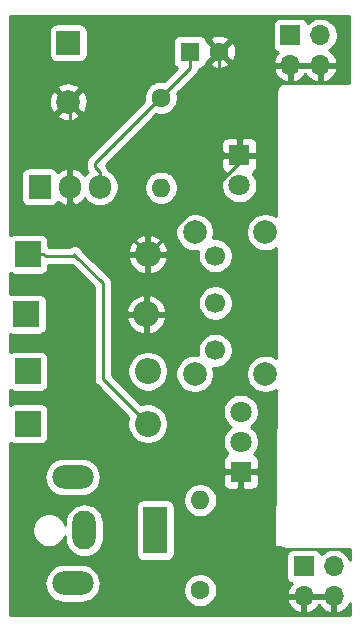
<source format=gbl>
G04 #@! TF.GenerationSoftware,KiCad,Pcbnew,(5.1.5)-3*
G04 #@! TF.CreationDate,2020-11-06T17:50:15+03:00*
G04 #@! TF.ProjectId,P_supply,505f7375-7070-46c7-992e-6b696361645f,rev?*
G04 #@! TF.SameCoordinates,Original*
G04 #@! TF.FileFunction,Copper,L2,Bot*
G04 #@! TF.FilePolarity,Positive*
%FSLAX46Y46*%
G04 Gerber Fmt 4.6, Leading zero omitted, Abs format (unit mm)*
G04 Created by KiCad (PCBNEW (5.1.5)-3) date 2020-11-06 17:50:15*
%MOMM*%
%LPD*%
G04 APERTURE LIST*
%ADD10O,1.600000X1.600000*%
%ADD11C,1.600000*%
%ADD12R,1.600000X1.600000*%
%ADD13C,2.000000*%
%ADD14C,1.700000*%
%ADD15R,1.800000X1.800000*%
%ADD16C,1.800000*%
%ADD17R,1.700000X1.700000*%
%ADD18O,1.700000X1.700000*%
%ADD19R,2.000000X2.000000*%
%ADD20O,2.200000X2.200000*%
%ADD21R,2.200000X2.200000*%
%ADD22R,2.000000X4.000000*%
%ADD23O,2.000000X3.300000*%
%ADD24O,3.500000X2.000000*%
%ADD25R,1.905000X2.000000*%
%ADD26O,1.905000X2.000000*%
%ADD27C,0.250000*%
%ADD28C,0.254000*%
G04 APERTURE END LIST*
D10*
X91922600Y-67513200D03*
D11*
X91922600Y-59893200D03*
D12*
X94361000Y-56007000D03*
D11*
X96861000Y-56007000D03*
D13*
X94770000Y-83280000D03*
X94770000Y-71280000D03*
X100770000Y-71280000D03*
X100770000Y-83280000D03*
D14*
X96520000Y-81280000D03*
X96520000Y-77280000D03*
X96520000Y-73280000D03*
D15*
X98679000Y-91567000D03*
D16*
X98679000Y-89027000D03*
X98679000Y-86487000D03*
D17*
X104013000Y-99568000D03*
D18*
X106553000Y-99568000D03*
X104013000Y-102108000D03*
X106553000Y-102108000D03*
D19*
X84074000Y-55245000D03*
D13*
X84074000Y-60245000D03*
D20*
X90805000Y-83058000D03*
D21*
X80645000Y-83058000D03*
X80518000Y-78232000D03*
D20*
X90678000Y-78232000D03*
D21*
X80645000Y-87503000D03*
D20*
X90805000Y-87503000D03*
X90805000Y-73152000D03*
D21*
X80645000Y-73152000D03*
D16*
X98552000Y-67310000D03*
D15*
X98552000Y-64770000D03*
D22*
X91440000Y-96520000D03*
D23*
X85440000Y-96520000D03*
D24*
X84440000Y-92020000D03*
X84440000Y-101020000D03*
D18*
X105410000Y-57150000D03*
X102870000Y-57150000D03*
X105410000Y-54610000D03*
D17*
X102870000Y-54610000D03*
D11*
X95250000Y-101600000D03*
D10*
X95250000Y-93980000D03*
D25*
X81661000Y-67437000D03*
D26*
X84201000Y-67437000D03*
X86741000Y-67437000D03*
D27*
X86741000Y-66187000D02*
X86360000Y-65806000D01*
X86741000Y-67437000D02*
X86741000Y-66187000D01*
X86360000Y-65806000D02*
X86360000Y-65405000D01*
X94361000Y-56007000D02*
X94361000Y-57404000D01*
X94361000Y-57404000D02*
X92075000Y-59690000D01*
X91871800Y-59791600D02*
X91897200Y-59817000D01*
X86360000Y-65405000D02*
X91897200Y-59817000D01*
X91897200Y-59817000D02*
X92075000Y-59690000D01*
X97402000Y-64770000D02*
X98552000Y-64770000D01*
X96861000Y-64229000D02*
X97402000Y-64770000D01*
X96861000Y-56007000D02*
X96861000Y-64229000D01*
X98552000Y-65405000D02*
X90805000Y-73152000D01*
X98552000Y-64770000D02*
X98552000Y-65405000D01*
X84201000Y-68687000D02*
X84201000Y-67437000D01*
X87566001Y-72052001D02*
X84201000Y-68687000D01*
X89705001Y-72052001D02*
X87566001Y-72052001D01*
X90805000Y-73152000D02*
X89705001Y-72052001D01*
X84201000Y-60372000D02*
X84074000Y-60245000D01*
X84201000Y-67437000D02*
X84201000Y-60372000D01*
X90805000Y-78105000D02*
X90678000Y-78232000D01*
X90805000Y-73152000D02*
X90805000Y-78105000D01*
X98679000Y-91567000D02*
X98679000Y-92964000D01*
X98679000Y-92964000D02*
X99060000Y-93345000D01*
X99060000Y-93345000D02*
X99060000Y-101600000D01*
X99568000Y-102108000D02*
X104013000Y-102108000D01*
X99060000Y-101600000D02*
X99568000Y-102108000D01*
X102870000Y-57150000D02*
X105410000Y-57150000D01*
X98004000Y-57150000D02*
X96861000Y-56007000D01*
X102870000Y-57150000D02*
X98004000Y-57150000D01*
X104013000Y-102108000D02*
X106553000Y-102108000D01*
X97529000Y-91567000D02*
X98679000Y-91567000D01*
X94615000Y-88653000D02*
X97529000Y-91567000D01*
X90678000Y-79787634D02*
X93091000Y-82200634D01*
X93091000Y-82200634D02*
X93091000Y-84937600D01*
X90678000Y-78232000D02*
X90678000Y-79787634D01*
X93091000Y-84937600D02*
X94615000Y-86461600D01*
X94615000Y-86461600D02*
X94615000Y-88653000D01*
X86995000Y-75565000D02*
X86995000Y-83693000D01*
X86995000Y-83693000D02*
X90805000Y-87503000D01*
X81995000Y-73152000D02*
X82122000Y-73279000D01*
X82122000Y-73279000D02*
X84658200Y-73279000D01*
X80645000Y-73152000D02*
X81995000Y-73152000D01*
X84582000Y-73152000D02*
X84658200Y-73279000D01*
X84658200Y-73279000D02*
X86995000Y-75565000D01*
D28*
G36*
X107823000Y-58649000D02*
G01*
X102394419Y-58649000D01*
X102362000Y-58645807D01*
X102329581Y-58649000D01*
X102232617Y-58658550D01*
X102108207Y-58696290D01*
X101993550Y-58757575D01*
X101893052Y-58840052D01*
X101810575Y-58940550D01*
X101749290Y-59055207D01*
X101711550Y-59179617D01*
X101698807Y-59309000D01*
X101702001Y-59341429D01*
X101702001Y-69936345D01*
X101544463Y-69831082D01*
X101246912Y-69707832D01*
X100931033Y-69645000D01*
X100608967Y-69645000D01*
X100293088Y-69707832D01*
X99995537Y-69831082D01*
X99727748Y-70010013D01*
X99500013Y-70237748D01*
X99321082Y-70505537D01*
X99197832Y-70803088D01*
X99135000Y-71118967D01*
X99135000Y-71441033D01*
X99197832Y-71756912D01*
X99321082Y-72054463D01*
X99500013Y-72322252D01*
X99727748Y-72549987D01*
X99995537Y-72728918D01*
X100293088Y-72852168D01*
X100608967Y-72915000D01*
X100931033Y-72915000D01*
X101246912Y-72852168D01*
X101544463Y-72728918D01*
X101702001Y-72623655D01*
X101702000Y-81936345D01*
X101544463Y-81831082D01*
X101246912Y-81707832D01*
X100931033Y-81645000D01*
X100608967Y-81645000D01*
X100293088Y-81707832D01*
X99995537Y-81831082D01*
X99727748Y-82010013D01*
X99500013Y-82237748D01*
X99321082Y-82505537D01*
X99197832Y-82803088D01*
X99135000Y-83118967D01*
X99135000Y-83441033D01*
X99197832Y-83756912D01*
X99321082Y-84054463D01*
X99500013Y-84322252D01*
X99727748Y-84549987D01*
X99995537Y-84728918D01*
X100293088Y-84852168D01*
X100608967Y-84915000D01*
X100931033Y-84915000D01*
X101246912Y-84852168D01*
X101544463Y-84728918D01*
X101688679Y-84632556D01*
X101473017Y-97787918D01*
X101475051Y-97812731D01*
X101481886Y-97836671D01*
X101493261Y-97858817D01*
X101508738Y-97878319D01*
X101527721Y-97894426D01*
X101549483Y-97906520D01*
X101573185Y-97914137D01*
X101600000Y-97917000D01*
X101940637Y-97917000D01*
X101993550Y-97960425D01*
X102108207Y-98021710D01*
X102232617Y-98059450D01*
X102362000Y-98072193D01*
X102394419Y-98069000D01*
X107925001Y-98069000D01*
X107925001Y-98999812D01*
X107868990Y-98864589D01*
X107706475Y-98621368D01*
X107499632Y-98414525D01*
X107256411Y-98252010D01*
X106986158Y-98140068D01*
X106699260Y-98083000D01*
X106406740Y-98083000D01*
X106119842Y-98140068D01*
X105849589Y-98252010D01*
X105606368Y-98414525D01*
X105474513Y-98546380D01*
X105452502Y-98473820D01*
X105393537Y-98363506D01*
X105314185Y-98266815D01*
X105217494Y-98187463D01*
X105107180Y-98128498D01*
X104987482Y-98092188D01*
X104863000Y-98079928D01*
X103163000Y-98079928D01*
X103038518Y-98092188D01*
X102918820Y-98128498D01*
X102808506Y-98187463D01*
X102711815Y-98266815D01*
X102632463Y-98363506D01*
X102573498Y-98473820D01*
X102537188Y-98593518D01*
X102524928Y-98718000D01*
X102524928Y-100418000D01*
X102537188Y-100542482D01*
X102573498Y-100662180D01*
X102632463Y-100772494D01*
X102711815Y-100869185D01*
X102808506Y-100948537D01*
X102918820Y-101007502D01*
X102999466Y-101031966D01*
X102915412Y-101107731D01*
X102741359Y-101341080D01*
X102616175Y-101603901D01*
X102571524Y-101751110D01*
X102692845Y-101981000D01*
X103886000Y-101981000D01*
X103886000Y-101961000D01*
X104140000Y-101961000D01*
X104140000Y-101981000D01*
X106426000Y-101981000D01*
X106426000Y-101961000D01*
X106680000Y-101961000D01*
X106680000Y-101981000D01*
X106700000Y-101981000D01*
X106700000Y-102235000D01*
X106680000Y-102235000D01*
X106680000Y-103428814D01*
X106909891Y-103549481D01*
X107184252Y-103452157D01*
X107434355Y-103303178D01*
X107650588Y-103108269D01*
X107824641Y-102874920D01*
X107925000Y-102664218D01*
X107925000Y-103734000D01*
X79146000Y-103734000D01*
X79146000Y-101020000D01*
X82047089Y-101020000D01*
X82078657Y-101340516D01*
X82172148Y-101648715D01*
X82323969Y-101932752D01*
X82528286Y-102181714D01*
X82777248Y-102386031D01*
X83061285Y-102537852D01*
X83369484Y-102631343D01*
X83609678Y-102655000D01*
X85270322Y-102655000D01*
X85510516Y-102631343D01*
X85818715Y-102537852D01*
X86102752Y-102386031D01*
X86351714Y-102181714D01*
X86556031Y-101932752D01*
X86707852Y-101648715D01*
X86765502Y-101458665D01*
X93815000Y-101458665D01*
X93815000Y-101741335D01*
X93870147Y-102018574D01*
X93978320Y-102279727D01*
X94135363Y-102514759D01*
X94335241Y-102714637D01*
X94570273Y-102871680D01*
X94831426Y-102979853D01*
X95108665Y-103035000D01*
X95391335Y-103035000D01*
X95668574Y-102979853D01*
X95929727Y-102871680D01*
X96164759Y-102714637D01*
X96364637Y-102514759D01*
X96397958Y-102464890D01*
X102571524Y-102464890D01*
X102616175Y-102612099D01*
X102741359Y-102874920D01*
X102915412Y-103108269D01*
X103131645Y-103303178D01*
X103381748Y-103452157D01*
X103656109Y-103549481D01*
X103886000Y-103428814D01*
X103886000Y-102235000D01*
X104140000Y-102235000D01*
X104140000Y-103428814D01*
X104369891Y-103549481D01*
X104644252Y-103452157D01*
X104894355Y-103303178D01*
X105110588Y-103108269D01*
X105283000Y-102877120D01*
X105455412Y-103108269D01*
X105671645Y-103303178D01*
X105921748Y-103452157D01*
X106196109Y-103549481D01*
X106426000Y-103428814D01*
X106426000Y-102235000D01*
X104140000Y-102235000D01*
X103886000Y-102235000D01*
X102692845Y-102235000D01*
X102571524Y-102464890D01*
X96397958Y-102464890D01*
X96521680Y-102279727D01*
X96629853Y-102018574D01*
X96685000Y-101741335D01*
X96685000Y-101458665D01*
X96629853Y-101181426D01*
X96521680Y-100920273D01*
X96364637Y-100685241D01*
X96164759Y-100485363D01*
X95929727Y-100328320D01*
X95668574Y-100220147D01*
X95391335Y-100165000D01*
X95108665Y-100165000D01*
X94831426Y-100220147D01*
X94570273Y-100328320D01*
X94335241Y-100485363D01*
X94135363Y-100685241D01*
X93978320Y-100920273D01*
X93870147Y-101181426D01*
X93815000Y-101458665D01*
X86765502Y-101458665D01*
X86801343Y-101340516D01*
X86832911Y-101020000D01*
X86801343Y-100699484D01*
X86707852Y-100391285D01*
X86556031Y-100107248D01*
X86351714Y-99858286D01*
X86102752Y-99653969D01*
X85818715Y-99502148D01*
X85510516Y-99408657D01*
X85270322Y-99385000D01*
X83609678Y-99385000D01*
X83369484Y-99408657D01*
X83061285Y-99502148D01*
X82777248Y-99653969D01*
X82528286Y-99858286D01*
X82323969Y-100107248D01*
X82172148Y-100391285D01*
X82078657Y-100699484D01*
X82047089Y-101020000D01*
X79146000Y-101020000D01*
X79146000Y-96378665D01*
X81005000Y-96378665D01*
X81005000Y-96661335D01*
X81060147Y-96938574D01*
X81168320Y-97199727D01*
X81325363Y-97434759D01*
X81525241Y-97634637D01*
X81760273Y-97791680D01*
X82021426Y-97899853D01*
X82298665Y-97955000D01*
X82581335Y-97955000D01*
X82858574Y-97899853D01*
X83119727Y-97791680D01*
X83354759Y-97634637D01*
X83554637Y-97434759D01*
X83711680Y-97199727D01*
X83805000Y-96974432D01*
X83805000Y-97250321D01*
X83828657Y-97490515D01*
X83922148Y-97798714D01*
X84073969Y-98082751D01*
X84278286Y-98331714D01*
X84527248Y-98536031D01*
X84811285Y-98687852D01*
X85119484Y-98781343D01*
X85440000Y-98812911D01*
X85760515Y-98781343D01*
X86068714Y-98687852D01*
X86352751Y-98536031D01*
X86601714Y-98331714D01*
X86806031Y-98082752D01*
X86957852Y-97798715D01*
X87051343Y-97490516D01*
X87075000Y-97250322D01*
X87075000Y-95789678D01*
X87051343Y-95549484D01*
X86957852Y-95241285D01*
X86806031Y-94957248D01*
X86601714Y-94708286D01*
X86372286Y-94520000D01*
X89801928Y-94520000D01*
X89801928Y-98520000D01*
X89814188Y-98644482D01*
X89850498Y-98764180D01*
X89909463Y-98874494D01*
X89988815Y-98971185D01*
X90085506Y-99050537D01*
X90195820Y-99109502D01*
X90315518Y-99145812D01*
X90440000Y-99158072D01*
X92440000Y-99158072D01*
X92564482Y-99145812D01*
X92684180Y-99109502D01*
X92794494Y-99050537D01*
X92891185Y-98971185D01*
X92970537Y-98874494D01*
X93029502Y-98764180D01*
X93065812Y-98644482D01*
X93078072Y-98520000D01*
X93078072Y-94520000D01*
X93065812Y-94395518D01*
X93029502Y-94275820D01*
X92970537Y-94165506D01*
X92891185Y-94068815D01*
X92794494Y-93989463D01*
X92684180Y-93930498D01*
X92564482Y-93894188D01*
X92440000Y-93881928D01*
X90440000Y-93881928D01*
X90315518Y-93894188D01*
X90195820Y-93930498D01*
X90085506Y-93989463D01*
X89988815Y-94068815D01*
X89909463Y-94165506D01*
X89850498Y-94275820D01*
X89814188Y-94395518D01*
X89801928Y-94520000D01*
X86372286Y-94520000D01*
X86352752Y-94503969D01*
X86068715Y-94352148D01*
X85760516Y-94258657D01*
X85440000Y-94227089D01*
X85119485Y-94258657D01*
X84811286Y-94352148D01*
X84527249Y-94503969D01*
X84278287Y-94708286D01*
X84073970Y-94957248D01*
X83922149Y-95241285D01*
X83828657Y-95549484D01*
X83805000Y-95789678D01*
X83805000Y-96065568D01*
X83711680Y-95840273D01*
X83554637Y-95605241D01*
X83354759Y-95405363D01*
X83119727Y-95248320D01*
X82858574Y-95140147D01*
X82581335Y-95085000D01*
X82298665Y-95085000D01*
X82021426Y-95140147D01*
X81760273Y-95248320D01*
X81525241Y-95405363D01*
X81325363Y-95605241D01*
X81168320Y-95840273D01*
X81060147Y-96101426D01*
X81005000Y-96378665D01*
X79146000Y-96378665D01*
X79146000Y-93838665D01*
X93815000Y-93838665D01*
X93815000Y-94121335D01*
X93870147Y-94398574D01*
X93978320Y-94659727D01*
X94135363Y-94894759D01*
X94335241Y-95094637D01*
X94570273Y-95251680D01*
X94831426Y-95359853D01*
X95108665Y-95415000D01*
X95391335Y-95415000D01*
X95668574Y-95359853D01*
X95929727Y-95251680D01*
X96164759Y-95094637D01*
X96364637Y-94894759D01*
X96521680Y-94659727D01*
X96629853Y-94398574D01*
X96685000Y-94121335D01*
X96685000Y-93838665D01*
X96629853Y-93561426D01*
X96521680Y-93300273D01*
X96364637Y-93065241D01*
X96164759Y-92865363D01*
X95929727Y-92708320D01*
X95668574Y-92600147D01*
X95391335Y-92545000D01*
X95108665Y-92545000D01*
X94831426Y-92600147D01*
X94570273Y-92708320D01*
X94335241Y-92865363D01*
X94135363Y-93065241D01*
X93978320Y-93300273D01*
X93870147Y-93561426D01*
X93815000Y-93838665D01*
X79146000Y-93838665D01*
X79146000Y-92020000D01*
X82047089Y-92020000D01*
X82078657Y-92340516D01*
X82172148Y-92648715D01*
X82323969Y-92932752D01*
X82528286Y-93181714D01*
X82777248Y-93386031D01*
X83061285Y-93537852D01*
X83369484Y-93631343D01*
X83609678Y-93655000D01*
X85270322Y-93655000D01*
X85510516Y-93631343D01*
X85818715Y-93537852D01*
X86102752Y-93386031D01*
X86351714Y-93181714D01*
X86556031Y-92932752D01*
X86707852Y-92648715D01*
X86762974Y-92467000D01*
X97140928Y-92467000D01*
X97153188Y-92591482D01*
X97189498Y-92711180D01*
X97248463Y-92821494D01*
X97327815Y-92918185D01*
X97424506Y-92997537D01*
X97534820Y-93056502D01*
X97654518Y-93092812D01*
X97779000Y-93105072D01*
X98393250Y-93102000D01*
X98552000Y-92943250D01*
X98552000Y-91694000D01*
X98806000Y-91694000D01*
X98806000Y-92943250D01*
X98964750Y-93102000D01*
X99579000Y-93105072D01*
X99703482Y-93092812D01*
X99823180Y-93056502D01*
X99933494Y-92997537D01*
X100030185Y-92918185D01*
X100109537Y-92821494D01*
X100168502Y-92711180D01*
X100204812Y-92591482D01*
X100217072Y-92467000D01*
X100214000Y-91852750D01*
X100055250Y-91694000D01*
X98806000Y-91694000D01*
X98552000Y-91694000D01*
X97302750Y-91694000D01*
X97144000Y-91852750D01*
X97140928Y-92467000D01*
X86762974Y-92467000D01*
X86801343Y-92340516D01*
X86832911Y-92020000D01*
X86801343Y-91699484D01*
X86707852Y-91391285D01*
X86556031Y-91107248D01*
X86351714Y-90858286D01*
X86118631Y-90667000D01*
X97140928Y-90667000D01*
X97144000Y-91281250D01*
X97302750Y-91440000D01*
X98552000Y-91440000D01*
X98552000Y-91420000D01*
X98806000Y-91420000D01*
X98806000Y-91440000D01*
X100055250Y-91440000D01*
X100214000Y-91281250D01*
X100217072Y-90667000D01*
X100204812Y-90542518D01*
X100168502Y-90422820D01*
X100109537Y-90312506D01*
X100030185Y-90215815D01*
X99933494Y-90136463D01*
X99823180Y-90077498D01*
X99804873Y-90071944D01*
X99871312Y-90005505D01*
X100039299Y-89754095D01*
X100155011Y-89474743D01*
X100214000Y-89178184D01*
X100214000Y-88875816D01*
X100155011Y-88579257D01*
X100039299Y-88299905D01*
X99871312Y-88048495D01*
X99657505Y-87834688D01*
X99541237Y-87757000D01*
X99657505Y-87679312D01*
X99871312Y-87465505D01*
X100039299Y-87214095D01*
X100155011Y-86934743D01*
X100214000Y-86638184D01*
X100214000Y-86335816D01*
X100155011Y-86039257D01*
X100039299Y-85759905D01*
X99871312Y-85508495D01*
X99657505Y-85294688D01*
X99406095Y-85126701D01*
X99126743Y-85010989D01*
X98830184Y-84952000D01*
X98527816Y-84952000D01*
X98231257Y-85010989D01*
X97951905Y-85126701D01*
X97700495Y-85294688D01*
X97486688Y-85508495D01*
X97318701Y-85759905D01*
X97202989Y-86039257D01*
X97144000Y-86335816D01*
X97144000Y-86638184D01*
X97202989Y-86934743D01*
X97318701Y-87214095D01*
X97486688Y-87465505D01*
X97700495Y-87679312D01*
X97816763Y-87757000D01*
X97700495Y-87834688D01*
X97486688Y-88048495D01*
X97318701Y-88299905D01*
X97202989Y-88579257D01*
X97144000Y-88875816D01*
X97144000Y-89178184D01*
X97202989Y-89474743D01*
X97318701Y-89754095D01*
X97486688Y-90005505D01*
X97553127Y-90071944D01*
X97534820Y-90077498D01*
X97424506Y-90136463D01*
X97327815Y-90215815D01*
X97248463Y-90312506D01*
X97189498Y-90422820D01*
X97153188Y-90542518D01*
X97140928Y-90667000D01*
X86118631Y-90667000D01*
X86102752Y-90653969D01*
X85818715Y-90502148D01*
X85510516Y-90408657D01*
X85270322Y-90385000D01*
X83609678Y-90385000D01*
X83369484Y-90408657D01*
X83061285Y-90502148D01*
X82777248Y-90653969D01*
X82528286Y-90858286D01*
X82323969Y-91107248D01*
X82172148Y-91391285D01*
X82078657Y-91699484D01*
X82047089Y-92020000D01*
X79146000Y-92020000D01*
X79146000Y-89097012D01*
X79190506Y-89133537D01*
X79300820Y-89192502D01*
X79420518Y-89228812D01*
X79545000Y-89241072D01*
X81745000Y-89241072D01*
X81869482Y-89228812D01*
X81989180Y-89192502D01*
X82099494Y-89133537D01*
X82196185Y-89054185D01*
X82275537Y-88957494D01*
X82334502Y-88847180D01*
X82370812Y-88727482D01*
X82383072Y-88603000D01*
X82383072Y-86403000D01*
X82370812Y-86278518D01*
X82334502Y-86158820D01*
X82275537Y-86048506D01*
X82196185Y-85951815D01*
X82099494Y-85872463D01*
X81989180Y-85813498D01*
X81869482Y-85777188D01*
X81745000Y-85764928D01*
X79545000Y-85764928D01*
X79420518Y-85777188D01*
X79300820Y-85813498D01*
X79190506Y-85872463D01*
X79146000Y-85908988D01*
X79146000Y-84652012D01*
X79190506Y-84688537D01*
X79300820Y-84747502D01*
X79420518Y-84783812D01*
X79545000Y-84796072D01*
X81745000Y-84796072D01*
X81869482Y-84783812D01*
X81989180Y-84747502D01*
X82099494Y-84688537D01*
X82196185Y-84609185D01*
X82275537Y-84512494D01*
X82334502Y-84402180D01*
X82370812Y-84282482D01*
X82383072Y-84158000D01*
X82383072Y-81958000D01*
X82370812Y-81833518D01*
X82334502Y-81713820D01*
X82275537Y-81603506D01*
X82196185Y-81506815D01*
X82099494Y-81427463D01*
X81989180Y-81368498D01*
X81869482Y-81332188D01*
X81745000Y-81319928D01*
X79545000Y-81319928D01*
X79420518Y-81332188D01*
X79300820Y-81368498D01*
X79190506Y-81427463D01*
X79146000Y-81463988D01*
X79146000Y-79906632D01*
X79173820Y-79921502D01*
X79293518Y-79957812D01*
X79418000Y-79970072D01*
X81618000Y-79970072D01*
X81742482Y-79957812D01*
X81862180Y-79921502D01*
X81972494Y-79862537D01*
X82069185Y-79783185D01*
X82148537Y-79686494D01*
X82207502Y-79576180D01*
X82243812Y-79456482D01*
X82256072Y-79332000D01*
X82256072Y-77132000D01*
X82243812Y-77007518D01*
X82207502Y-76887820D01*
X82148537Y-76777506D01*
X82069185Y-76680815D01*
X81972494Y-76601463D01*
X81862180Y-76542498D01*
X81742482Y-76506188D01*
X81618000Y-76493928D01*
X79418000Y-76493928D01*
X79293518Y-76506188D01*
X79173820Y-76542498D01*
X79146000Y-76557368D01*
X79146000Y-74746012D01*
X79190506Y-74782537D01*
X79300820Y-74841502D01*
X79420518Y-74877812D01*
X79545000Y-74890072D01*
X81745000Y-74890072D01*
X81869482Y-74877812D01*
X81989180Y-74841502D01*
X82099494Y-74782537D01*
X82196185Y-74703185D01*
X82275537Y-74606494D01*
X82334502Y-74496180D01*
X82370812Y-74376482D01*
X82383072Y-74252000D01*
X82383072Y-74039000D01*
X84348279Y-74039000D01*
X86235000Y-75884705D01*
X86235001Y-83655668D01*
X86231324Y-83693000D01*
X86245998Y-83841985D01*
X86289454Y-83985246D01*
X86360026Y-84117276D01*
X86431201Y-84204002D01*
X86455000Y-84233001D01*
X86483998Y-84256799D01*
X89162286Y-86935088D01*
X89136675Y-86996919D01*
X89070000Y-87332117D01*
X89070000Y-87673883D01*
X89136675Y-88009081D01*
X89267463Y-88324831D01*
X89457337Y-88608998D01*
X89699002Y-88850663D01*
X89983169Y-89040537D01*
X90298919Y-89171325D01*
X90634117Y-89238000D01*
X90975883Y-89238000D01*
X91311081Y-89171325D01*
X91626831Y-89040537D01*
X91910998Y-88850663D01*
X92152663Y-88608998D01*
X92342537Y-88324831D01*
X92473325Y-88009081D01*
X92540000Y-87673883D01*
X92540000Y-87332117D01*
X92473325Y-86996919D01*
X92342537Y-86681169D01*
X92152663Y-86397002D01*
X91910998Y-86155337D01*
X91626831Y-85965463D01*
X91311081Y-85834675D01*
X90975883Y-85768000D01*
X90634117Y-85768000D01*
X90298919Y-85834675D01*
X90237088Y-85860286D01*
X87755000Y-83378199D01*
X87755000Y-82887117D01*
X89070000Y-82887117D01*
X89070000Y-83228883D01*
X89136675Y-83564081D01*
X89267463Y-83879831D01*
X89457337Y-84163998D01*
X89699002Y-84405663D01*
X89983169Y-84595537D01*
X90298919Y-84726325D01*
X90634117Y-84793000D01*
X90975883Y-84793000D01*
X91311081Y-84726325D01*
X91626831Y-84595537D01*
X91910998Y-84405663D01*
X92152663Y-84163998D01*
X92342537Y-83879831D01*
X92473325Y-83564081D01*
X92540000Y-83228883D01*
X92540000Y-83118967D01*
X93135000Y-83118967D01*
X93135000Y-83441033D01*
X93197832Y-83756912D01*
X93321082Y-84054463D01*
X93500013Y-84322252D01*
X93727748Y-84549987D01*
X93995537Y-84728918D01*
X94293088Y-84852168D01*
X94608967Y-84915000D01*
X94931033Y-84915000D01*
X95246912Y-84852168D01*
X95544463Y-84728918D01*
X95812252Y-84549987D01*
X96039987Y-84322252D01*
X96218918Y-84054463D01*
X96342168Y-83756912D01*
X96405000Y-83441033D01*
X96405000Y-83118967D01*
X96342168Y-82803088D01*
X96322140Y-82754736D01*
X96373740Y-82765000D01*
X96666260Y-82765000D01*
X96953158Y-82707932D01*
X97223411Y-82595990D01*
X97466632Y-82433475D01*
X97673475Y-82226632D01*
X97835990Y-81983411D01*
X97947932Y-81713158D01*
X98005000Y-81426260D01*
X98005000Y-81133740D01*
X97947932Y-80846842D01*
X97835990Y-80576589D01*
X97673475Y-80333368D01*
X97466632Y-80126525D01*
X97223411Y-79964010D01*
X96953158Y-79852068D01*
X96666260Y-79795000D01*
X96373740Y-79795000D01*
X96086842Y-79852068D01*
X95816589Y-79964010D01*
X95573368Y-80126525D01*
X95366525Y-80333368D01*
X95204010Y-80576589D01*
X95092068Y-80846842D01*
X95035000Y-81133740D01*
X95035000Y-81426260D01*
X95084586Y-81675543D01*
X94931033Y-81645000D01*
X94608967Y-81645000D01*
X94293088Y-81707832D01*
X93995537Y-81831082D01*
X93727748Y-82010013D01*
X93500013Y-82237748D01*
X93321082Y-82505537D01*
X93197832Y-82803088D01*
X93135000Y-83118967D01*
X92540000Y-83118967D01*
X92540000Y-82887117D01*
X92473325Y-82551919D01*
X92342537Y-82236169D01*
X92152663Y-81952002D01*
X91910998Y-81710337D01*
X91626831Y-81520463D01*
X91311081Y-81389675D01*
X90975883Y-81323000D01*
X90634117Y-81323000D01*
X90298919Y-81389675D01*
X89983169Y-81520463D01*
X89699002Y-81710337D01*
X89457337Y-81952002D01*
X89267463Y-82236169D01*
X89136675Y-82551919D01*
X89070000Y-82887117D01*
X87755000Y-82887117D01*
X87755000Y-78628122D01*
X88988825Y-78628122D01*
X89053425Y-78841094D01*
X89203469Y-79146329D01*
X89410178Y-79416427D01*
X89665609Y-79641008D01*
X89959946Y-79811442D01*
X90281877Y-79921179D01*
X90551000Y-79803600D01*
X90551000Y-78359000D01*
X90805000Y-78359000D01*
X90805000Y-79803600D01*
X91074123Y-79921179D01*
X91396054Y-79811442D01*
X91690391Y-79641008D01*
X91945822Y-79416427D01*
X92152531Y-79146329D01*
X92302575Y-78841094D01*
X92367175Y-78628122D01*
X92249125Y-78359000D01*
X90805000Y-78359000D01*
X90551000Y-78359000D01*
X89106875Y-78359000D01*
X88988825Y-78628122D01*
X87755000Y-78628122D01*
X87755000Y-77835878D01*
X88988825Y-77835878D01*
X89106875Y-78105000D01*
X90551000Y-78105000D01*
X90551000Y-76660400D01*
X90805000Y-76660400D01*
X90805000Y-78105000D01*
X92249125Y-78105000D01*
X92367175Y-77835878D01*
X92302575Y-77622906D01*
X92152531Y-77317671D01*
X92011767Y-77133740D01*
X95035000Y-77133740D01*
X95035000Y-77426260D01*
X95092068Y-77713158D01*
X95204010Y-77983411D01*
X95366525Y-78226632D01*
X95573368Y-78433475D01*
X95816589Y-78595990D01*
X96086842Y-78707932D01*
X96373740Y-78765000D01*
X96666260Y-78765000D01*
X96953158Y-78707932D01*
X97223411Y-78595990D01*
X97466632Y-78433475D01*
X97673475Y-78226632D01*
X97835990Y-77983411D01*
X97947932Y-77713158D01*
X98005000Y-77426260D01*
X98005000Y-77133740D01*
X97947932Y-76846842D01*
X97835990Y-76576589D01*
X97673475Y-76333368D01*
X97466632Y-76126525D01*
X97223411Y-75964010D01*
X96953158Y-75852068D01*
X96666260Y-75795000D01*
X96373740Y-75795000D01*
X96086842Y-75852068D01*
X95816589Y-75964010D01*
X95573368Y-76126525D01*
X95366525Y-76333368D01*
X95204010Y-76576589D01*
X95092068Y-76846842D01*
X95035000Y-77133740D01*
X92011767Y-77133740D01*
X91945822Y-77047573D01*
X91690391Y-76822992D01*
X91396054Y-76652558D01*
X91074123Y-76542821D01*
X90805000Y-76660400D01*
X90551000Y-76660400D01*
X90281877Y-76542821D01*
X89959946Y-76652558D01*
X89665609Y-76822992D01*
X89410178Y-77047573D01*
X89203469Y-77317671D01*
X89053425Y-77622906D01*
X88988825Y-77835878D01*
X87755000Y-77835878D01*
X87755000Y-75598140D01*
X87758630Y-75556608D01*
X87750937Y-75486417D01*
X87744003Y-75416014D01*
X87742779Y-75411978D01*
X87742320Y-75407792D01*
X87721071Y-75340416D01*
X87700546Y-75272753D01*
X87698559Y-75269036D01*
X87697292Y-75265018D01*
X87663300Y-75203072D01*
X87629974Y-75140724D01*
X87627300Y-75137465D01*
X87625273Y-75133772D01*
X87579850Y-75079648D01*
X87535001Y-75024999D01*
X87502768Y-74998546D01*
X86020112Y-73548122D01*
X89115825Y-73548122D01*
X89180425Y-73761094D01*
X89330469Y-74066329D01*
X89537178Y-74336427D01*
X89792609Y-74561008D01*
X90086946Y-74731442D01*
X90408877Y-74841179D01*
X90678000Y-74723600D01*
X90678000Y-73279000D01*
X90932000Y-73279000D01*
X90932000Y-74723600D01*
X91201123Y-74841179D01*
X91523054Y-74731442D01*
X91817391Y-74561008D01*
X92072822Y-74336427D01*
X92279531Y-74066329D01*
X92429575Y-73761094D01*
X92494175Y-73548122D01*
X92376125Y-73279000D01*
X90932000Y-73279000D01*
X90678000Y-73279000D01*
X89233875Y-73279000D01*
X89115825Y-73548122D01*
X86020112Y-73548122D01*
X85259575Y-72804119D01*
X85230631Y-72755878D01*
X89115825Y-72755878D01*
X89233875Y-73025000D01*
X90678000Y-73025000D01*
X90678000Y-71580400D01*
X90932000Y-71580400D01*
X90932000Y-73025000D01*
X92376125Y-73025000D01*
X92494175Y-72755878D01*
X92429575Y-72542906D01*
X92279531Y-72237671D01*
X92072822Y-71967573D01*
X91817391Y-71742992D01*
X91523054Y-71572558D01*
X91201123Y-71462821D01*
X90932000Y-71580400D01*
X90678000Y-71580400D01*
X90408877Y-71462821D01*
X90086946Y-71572558D01*
X89792609Y-71742992D01*
X89537178Y-71967573D01*
X89330469Y-72237671D01*
X89180425Y-72542906D01*
X89115825Y-72755878D01*
X85230631Y-72755878D01*
X85214486Y-72728971D01*
X85147612Y-72638887D01*
X85036640Y-72538400D01*
X84908197Y-72461495D01*
X84767218Y-72411125D01*
X84619122Y-72389227D01*
X84469600Y-72396640D01*
X84324396Y-72433083D01*
X84189092Y-72497153D01*
X84159663Y-72519000D01*
X82421681Y-72519000D01*
X82419276Y-72517026D01*
X82383072Y-72497674D01*
X82383072Y-72052000D01*
X82370812Y-71927518D01*
X82334502Y-71807820D01*
X82275537Y-71697506D01*
X82196185Y-71600815D01*
X82099494Y-71521463D01*
X81989180Y-71462498D01*
X81869482Y-71426188D01*
X81745000Y-71413928D01*
X79545000Y-71413928D01*
X79420518Y-71426188D01*
X79300820Y-71462498D01*
X79190506Y-71521463D01*
X79146000Y-71557988D01*
X79146000Y-71118967D01*
X93135000Y-71118967D01*
X93135000Y-71441033D01*
X93197832Y-71756912D01*
X93321082Y-72054463D01*
X93500013Y-72322252D01*
X93727748Y-72549987D01*
X93995537Y-72728918D01*
X94293088Y-72852168D01*
X94608967Y-72915000D01*
X94931033Y-72915000D01*
X95084586Y-72884457D01*
X95035000Y-73133740D01*
X95035000Y-73426260D01*
X95092068Y-73713158D01*
X95204010Y-73983411D01*
X95366525Y-74226632D01*
X95573368Y-74433475D01*
X95816589Y-74595990D01*
X96086842Y-74707932D01*
X96373740Y-74765000D01*
X96666260Y-74765000D01*
X96953158Y-74707932D01*
X97223411Y-74595990D01*
X97466632Y-74433475D01*
X97673475Y-74226632D01*
X97835990Y-73983411D01*
X97947932Y-73713158D01*
X98005000Y-73426260D01*
X98005000Y-73133740D01*
X97947932Y-72846842D01*
X97835990Y-72576589D01*
X97673475Y-72333368D01*
X97466632Y-72126525D01*
X97223411Y-71964010D01*
X96953158Y-71852068D01*
X96666260Y-71795000D01*
X96373740Y-71795000D01*
X96322140Y-71805264D01*
X96342168Y-71756912D01*
X96405000Y-71441033D01*
X96405000Y-71118967D01*
X96342168Y-70803088D01*
X96218918Y-70505537D01*
X96039987Y-70237748D01*
X95812252Y-70010013D01*
X95544463Y-69831082D01*
X95246912Y-69707832D01*
X94931033Y-69645000D01*
X94608967Y-69645000D01*
X94293088Y-69707832D01*
X93995537Y-69831082D01*
X93727748Y-70010013D01*
X93500013Y-70237748D01*
X93321082Y-70505537D01*
X93197832Y-70803088D01*
X93135000Y-71118967D01*
X79146000Y-71118967D01*
X79146000Y-66437000D01*
X80070428Y-66437000D01*
X80070428Y-68437000D01*
X80082688Y-68561482D01*
X80118998Y-68681180D01*
X80177963Y-68791494D01*
X80257315Y-68888185D01*
X80354006Y-68967537D01*
X80464320Y-69026502D01*
X80584018Y-69062812D01*
X80708500Y-69075072D01*
X82613500Y-69075072D01*
X82737982Y-69062812D01*
X82857680Y-69026502D01*
X82967994Y-68967537D01*
X83064685Y-68888185D01*
X83144037Y-68791494D01*
X83193059Y-68699781D01*
X83334077Y-68812969D01*
X83609906Y-68956571D01*
X83828020Y-69027563D01*
X84074000Y-68907594D01*
X84074000Y-67564000D01*
X84054000Y-67564000D01*
X84054000Y-67310000D01*
X84074000Y-67310000D01*
X84074000Y-65966406D01*
X84328000Y-65966406D01*
X84328000Y-67310000D01*
X84348000Y-67310000D01*
X84348000Y-67564000D01*
X84328000Y-67564000D01*
X84328000Y-68907594D01*
X84573980Y-69027563D01*
X84792094Y-68956571D01*
X85067923Y-68812969D01*
X85310437Y-68618315D01*
X85465837Y-68433101D01*
X85613037Y-68612463D01*
X85854766Y-68810845D01*
X86130552Y-68958255D01*
X86429797Y-69049030D01*
X86741000Y-69079681D01*
X87052204Y-69049030D01*
X87351449Y-68958255D01*
X87627235Y-68810845D01*
X87868963Y-68612463D01*
X88067345Y-68370734D01*
X88214755Y-68094948D01*
X88305530Y-67795703D01*
X88328500Y-67562485D01*
X88328500Y-67371865D01*
X90487600Y-67371865D01*
X90487600Y-67654535D01*
X90542747Y-67931774D01*
X90650920Y-68192927D01*
X90807963Y-68427959D01*
X91007841Y-68627837D01*
X91242873Y-68784880D01*
X91504026Y-68893053D01*
X91781265Y-68948200D01*
X92063935Y-68948200D01*
X92341174Y-68893053D01*
X92602327Y-68784880D01*
X92837359Y-68627837D01*
X93037237Y-68427959D01*
X93194280Y-68192927D01*
X93302453Y-67931774D01*
X93357600Y-67654535D01*
X93357600Y-67371865D01*
X93302453Y-67094626D01*
X93194280Y-66833473D01*
X93037237Y-66598441D01*
X92837359Y-66398563D01*
X92602327Y-66241520D01*
X92341174Y-66133347D01*
X92063935Y-66078200D01*
X91781265Y-66078200D01*
X91504026Y-66133347D01*
X91242873Y-66241520D01*
X91007841Y-66398563D01*
X90807963Y-66598441D01*
X90650920Y-66833473D01*
X90542747Y-67094626D01*
X90487600Y-67371865D01*
X88328500Y-67371865D01*
X88328500Y-67311514D01*
X88305530Y-67078296D01*
X88214755Y-66779051D01*
X88067345Y-66503265D01*
X87868963Y-66261537D01*
X87627234Y-66063155D01*
X87472549Y-65980474D01*
X87446546Y-65894753D01*
X87375974Y-65762724D01*
X87299878Y-65670000D01*
X97013928Y-65670000D01*
X97026188Y-65794482D01*
X97062498Y-65914180D01*
X97121463Y-66024494D01*
X97200815Y-66121185D01*
X97297506Y-66200537D01*
X97407820Y-66259502D01*
X97426127Y-66265056D01*
X97359688Y-66331495D01*
X97191701Y-66582905D01*
X97075989Y-66862257D01*
X97017000Y-67158816D01*
X97017000Y-67461184D01*
X97075989Y-67757743D01*
X97191701Y-68037095D01*
X97359688Y-68288505D01*
X97573495Y-68502312D01*
X97824905Y-68670299D01*
X98104257Y-68786011D01*
X98400816Y-68845000D01*
X98703184Y-68845000D01*
X98999743Y-68786011D01*
X99279095Y-68670299D01*
X99530505Y-68502312D01*
X99744312Y-68288505D01*
X99912299Y-68037095D01*
X100028011Y-67757743D01*
X100087000Y-67461184D01*
X100087000Y-67158816D01*
X100028011Y-66862257D01*
X99912299Y-66582905D01*
X99744312Y-66331495D01*
X99677873Y-66265056D01*
X99696180Y-66259502D01*
X99806494Y-66200537D01*
X99903185Y-66121185D01*
X99982537Y-66024494D01*
X100041502Y-65914180D01*
X100077812Y-65794482D01*
X100090072Y-65670000D01*
X100087000Y-65055750D01*
X99928250Y-64897000D01*
X98679000Y-64897000D01*
X98679000Y-64917000D01*
X98425000Y-64917000D01*
X98425000Y-64897000D01*
X97175750Y-64897000D01*
X97017000Y-65055750D01*
X97013928Y-65670000D01*
X87299878Y-65670000D01*
X87281001Y-65646999D01*
X87251997Y-65623196D01*
X87232768Y-65603967D01*
X88950972Y-63870000D01*
X97013928Y-63870000D01*
X97017000Y-64484250D01*
X97175750Y-64643000D01*
X98425000Y-64643000D01*
X98425000Y-63393750D01*
X98679000Y-63393750D01*
X98679000Y-64643000D01*
X99928250Y-64643000D01*
X100087000Y-64484250D01*
X100090072Y-63870000D01*
X100077812Y-63745518D01*
X100041502Y-63625820D01*
X99982537Y-63515506D01*
X99903185Y-63418815D01*
X99806494Y-63339463D01*
X99696180Y-63280498D01*
X99576482Y-63244188D01*
X99452000Y-63231928D01*
X98837750Y-63235000D01*
X98679000Y-63393750D01*
X98425000Y-63393750D01*
X98266250Y-63235000D01*
X97652000Y-63231928D01*
X97527518Y-63244188D01*
X97407820Y-63280498D01*
X97297506Y-63339463D01*
X97200815Y-63418815D01*
X97121463Y-63515506D01*
X97062498Y-63625820D01*
X97026188Y-63745518D01*
X97013928Y-63870000D01*
X88950972Y-63870000D01*
X91520972Y-61276424D01*
X91781265Y-61328200D01*
X92063935Y-61328200D01*
X92341174Y-61273053D01*
X92602327Y-61164880D01*
X92837359Y-61007837D01*
X93037237Y-60807959D01*
X93194280Y-60572927D01*
X93302453Y-60311774D01*
X93357600Y-60034535D01*
X93357600Y-59751865D01*
X93312859Y-59526942D01*
X94872003Y-57967799D01*
X94901001Y-57944001D01*
X94995974Y-57828276D01*
X95066546Y-57696247D01*
X95110003Y-57552986D01*
X95114543Y-57506890D01*
X101428524Y-57506890D01*
X101473175Y-57654099D01*
X101598359Y-57916920D01*
X101772412Y-58150269D01*
X101988645Y-58345178D01*
X102238748Y-58494157D01*
X102513109Y-58591481D01*
X102743000Y-58470814D01*
X102743000Y-57277000D01*
X102997000Y-57277000D01*
X102997000Y-58470814D01*
X103226891Y-58591481D01*
X103501252Y-58494157D01*
X103751355Y-58345178D01*
X103967588Y-58150269D01*
X104140000Y-57919120D01*
X104312412Y-58150269D01*
X104528645Y-58345178D01*
X104778748Y-58494157D01*
X105053109Y-58591481D01*
X105283000Y-58470814D01*
X105283000Y-57277000D01*
X105537000Y-57277000D01*
X105537000Y-58470814D01*
X105766891Y-58591481D01*
X106041252Y-58494157D01*
X106291355Y-58345178D01*
X106507588Y-58150269D01*
X106681641Y-57916920D01*
X106806825Y-57654099D01*
X106851476Y-57506890D01*
X106730155Y-57277000D01*
X105537000Y-57277000D01*
X105283000Y-57277000D01*
X102997000Y-57277000D01*
X102743000Y-57277000D01*
X101549845Y-57277000D01*
X101428524Y-57506890D01*
X95114543Y-57506890D01*
X95120632Y-57445072D01*
X95161000Y-57445072D01*
X95285482Y-57432812D01*
X95405180Y-57396502D01*
X95515494Y-57337537D01*
X95612185Y-57258185D01*
X95691537Y-57161494D01*
X95750502Y-57051180D01*
X95766117Y-56999702D01*
X96047903Y-56999702D01*
X96119486Y-57243671D01*
X96374996Y-57364571D01*
X96649184Y-57433300D01*
X96931512Y-57447217D01*
X97211130Y-57405787D01*
X97477292Y-57310603D01*
X97602514Y-57243671D01*
X97674097Y-56999702D01*
X96861000Y-56186605D01*
X96047903Y-56999702D01*
X95766117Y-56999702D01*
X95786812Y-56931482D01*
X95799072Y-56807000D01*
X95799072Y-56799785D01*
X95868298Y-56820097D01*
X96681395Y-56007000D01*
X97040605Y-56007000D01*
X97853702Y-56820097D01*
X98097671Y-56748514D01*
X98218571Y-56493004D01*
X98287300Y-56218816D01*
X98301217Y-55936488D01*
X98259787Y-55656870D01*
X98164603Y-55390708D01*
X98097671Y-55265486D01*
X97853702Y-55193903D01*
X97040605Y-56007000D01*
X96681395Y-56007000D01*
X95868298Y-55193903D01*
X95799072Y-55214215D01*
X95799072Y-55207000D01*
X95786812Y-55082518D01*
X95766118Y-55014298D01*
X96047903Y-55014298D01*
X96861000Y-55827395D01*
X97674097Y-55014298D01*
X97602514Y-54770329D01*
X97347004Y-54649429D01*
X97072816Y-54580700D01*
X96790488Y-54566783D01*
X96510870Y-54608213D01*
X96244708Y-54703397D01*
X96119486Y-54770329D01*
X96047903Y-55014298D01*
X95766118Y-55014298D01*
X95750502Y-54962820D01*
X95691537Y-54852506D01*
X95612185Y-54755815D01*
X95515494Y-54676463D01*
X95405180Y-54617498D01*
X95285482Y-54581188D01*
X95161000Y-54568928D01*
X93561000Y-54568928D01*
X93436518Y-54581188D01*
X93316820Y-54617498D01*
X93206506Y-54676463D01*
X93109815Y-54755815D01*
X93030463Y-54852506D01*
X92971498Y-54962820D01*
X92935188Y-55082518D01*
X92922928Y-55207000D01*
X92922928Y-56807000D01*
X92935188Y-56931482D01*
X92971498Y-57051180D01*
X93030463Y-57161494D01*
X93109815Y-57258185D01*
X93206506Y-57337537D01*
X93301751Y-57388447D01*
X92204115Y-58486084D01*
X92063935Y-58458200D01*
X91781265Y-58458200D01*
X91504026Y-58513347D01*
X91242873Y-58621520D01*
X91007841Y-58778563D01*
X90807963Y-58978441D01*
X90650920Y-59213473D01*
X90542747Y-59474626D01*
X90487600Y-59751865D01*
X90487600Y-60034535D01*
X90508349Y-60138848D01*
X85847650Y-64842307D01*
X85819999Y-64864999D01*
X85795099Y-64895340D01*
X85793873Y-64896577D01*
X85771418Y-64924195D01*
X85725026Y-64980724D01*
X85724199Y-64982272D01*
X85723096Y-64983628D01*
X85688996Y-65048130D01*
X85654454Y-65112753D01*
X85653944Y-65114433D01*
X85653127Y-65115979D01*
X85632254Y-65185939D01*
X85610997Y-65256014D01*
X85610825Y-65257760D01*
X85610325Y-65259436D01*
X85603507Y-65332063D01*
X85600000Y-65367667D01*
X85600000Y-65369416D01*
X85596332Y-65408487D01*
X85600000Y-65444063D01*
X85600000Y-65768678D01*
X85596324Y-65806000D01*
X85600000Y-65843322D01*
X85600000Y-65843332D01*
X85610997Y-65954985D01*
X85654454Y-66098246D01*
X85702494Y-66188121D01*
X85613037Y-66261537D01*
X85465838Y-66440900D01*
X85310437Y-66255685D01*
X85067923Y-66061031D01*
X84792094Y-65917429D01*
X84573980Y-65846437D01*
X84328000Y-65966406D01*
X84074000Y-65966406D01*
X83828020Y-65846437D01*
X83609906Y-65917429D01*
X83334077Y-66061031D01*
X83193059Y-66174219D01*
X83144037Y-66082506D01*
X83064685Y-65985815D01*
X82967994Y-65906463D01*
X82857680Y-65847498D01*
X82737982Y-65811188D01*
X82613500Y-65798928D01*
X80708500Y-65798928D01*
X80584018Y-65811188D01*
X80464320Y-65847498D01*
X80354006Y-65906463D01*
X80257315Y-65985815D01*
X80177963Y-66082506D01*
X80118998Y-66192820D01*
X80082688Y-66312518D01*
X80070428Y-66437000D01*
X79146000Y-66437000D01*
X79146000Y-61380413D01*
X83118192Y-61380413D01*
X83213956Y-61644814D01*
X83503571Y-61785704D01*
X83815108Y-61867384D01*
X84136595Y-61886718D01*
X84455675Y-61842961D01*
X84760088Y-61737795D01*
X84934044Y-61644814D01*
X85029808Y-61380413D01*
X84074000Y-60424605D01*
X83118192Y-61380413D01*
X79146000Y-61380413D01*
X79146000Y-60307595D01*
X82432282Y-60307595D01*
X82476039Y-60626675D01*
X82581205Y-60931088D01*
X82674186Y-61105044D01*
X82938587Y-61200808D01*
X83894395Y-60245000D01*
X84253605Y-60245000D01*
X85209413Y-61200808D01*
X85473814Y-61105044D01*
X85614704Y-60815429D01*
X85696384Y-60503892D01*
X85715718Y-60182405D01*
X85671961Y-59863325D01*
X85566795Y-59558912D01*
X85473814Y-59384956D01*
X85209413Y-59289192D01*
X84253605Y-60245000D01*
X83894395Y-60245000D01*
X82938587Y-59289192D01*
X82674186Y-59384956D01*
X82533296Y-59674571D01*
X82451616Y-59986108D01*
X82432282Y-60307595D01*
X79146000Y-60307595D01*
X79146000Y-59109587D01*
X83118192Y-59109587D01*
X84074000Y-60065395D01*
X85029808Y-59109587D01*
X84934044Y-58845186D01*
X84644429Y-58704296D01*
X84332892Y-58622616D01*
X84011405Y-58603282D01*
X83692325Y-58647039D01*
X83387912Y-58752205D01*
X83213956Y-58845186D01*
X83118192Y-59109587D01*
X79146000Y-59109587D01*
X79146000Y-54245000D01*
X82435928Y-54245000D01*
X82435928Y-56245000D01*
X82448188Y-56369482D01*
X82484498Y-56489180D01*
X82543463Y-56599494D01*
X82622815Y-56696185D01*
X82719506Y-56775537D01*
X82829820Y-56834502D01*
X82949518Y-56870812D01*
X83074000Y-56883072D01*
X85074000Y-56883072D01*
X85198482Y-56870812D01*
X85318180Y-56834502D01*
X85428494Y-56775537D01*
X85525185Y-56696185D01*
X85604537Y-56599494D01*
X85663502Y-56489180D01*
X85699812Y-56369482D01*
X85712072Y-56245000D01*
X85712072Y-54245000D01*
X85699812Y-54120518D01*
X85663502Y-54000820D01*
X85604537Y-53890506D01*
X85525185Y-53793815D01*
X85483982Y-53760000D01*
X101381928Y-53760000D01*
X101381928Y-55460000D01*
X101394188Y-55584482D01*
X101430498Y-55704180D01*
X101489463Y-55814494D01*
X101568815Y-55911185D01*
X101665506Y-55990537D01*
X101775820Y-56049502D01*
X101856466Y-56073966D01*
X101772412Y-56149731D01*
X101598359Y-56383080D01*
X101473175Y-56645901D01*
X101428524Y-56793110D01*
X101549845Y-57023000D01*
X102743000Y-57023000D01*
X102743000Y-57003000D01*
X102997000Y-57003000D01*
X102997000Y-57023000D01*
X105283000Y-57023000D01*
X105283000Y-57003000D01*
X105537000Y-57003000D01*
X105537000Y-57023000D01*
X106730155Y-57023000D01*
X106851476Y-56793110D01*
X106806825Y-56645901D01*
X106681641Y-56383080D01*
X106507588Y-56149731D01*
X106291355Y-55954822D01*
X106174466Y-55885195D01*
X106356632Y-55763475D01*
X106563475Y-55556632D01*
X106725990Y-55313411D01*
X106837932Y-55043158D01*
X106895000Y-54756260D01*
X106895000Y-54463740D01*
X106837932Y-54176842D01*
X106725990Y-53906589D01*
X106563475Y-53663368D01*
X106356632Y-53456525D01*
X106113411Y-53294010D01*
X105843158Y-53182068D01*
X105556260Y-53125000D01*
X105263740Y-53125000D01*
X104976842Y-53182068D01*
X104706589Y-53294010D01*
X104463368Y-53456525D01*
X104331513Y-53588380D01*
X104309502Y-53515820D01*
X104250537Y-53405506D01*
X104171185Y-53308815D01*
X104074494Y-53229463D01*
X103964180Y-53170498D01*
X103844482Y-53134188D01*
X103720000Y-53121928D01*
X102020000Y-53121928D01*
X101895518Y-53134188D01*
X101775820Y-53170498D01*
X101665506Y-53229463D01*
X101568815Y-53308815D01*
X101489463Y-53405506D01*
X101430498Y-53515820D01*
X101394188Y-53635518D01*
X101381928Y-53760000D01*
X85483982Y-53760000D01*
X85428494Y-53714463D01*
X85318180Y-53655498D01*
X85198482Y-53619188D01*
X85074000Y-53606928D01*
X83074000Y-53606928D01*
X82949518Y-53619188D01*
X82829820Y-53655498D01*
X82719506Y-53714463D01*
X82622815Y-53793815D01*
X82543463Y-53890506D01*
X82484498Y-54000820D01*
X82448188Y-54120518D01*
X82435928Y-54245000D01*
X79146000Y-54245000D01*
X79146000Y-52984000D01*
X107823000Y-52984000D01*
X107823000Y-58649000D01*
G37*
X107823000Y-58649000D02*
X102394419Y-58649000D01*
X102362000Y-58645807D01*
X102329581Y-58649000D01*
X102232617Y-58658550D01*
X102108207Y-58696290D01*
X101993550Y-58757575D01*
X101893052Y-58840052D01*
X101810575Y-58940550D01*
X101749290Y-59055207D01*
X101711550Y-59179617D01*
X101698807Y-59309000D01*
X101702001Y-59341429D01*
X101702001Y-69936345D01*
X101544463Y-69831082D01*
X101246912Y-69707832D01*
X100931033Y-69645000D01*
X100608967Y-69645000D01*
X100293088Y-69707832D01*
X99995537Y-69831082D01*
X99727748Y-70010013D01*
X99500013Y-70237748D01*
X99321082Y-70505537D01*
X99197832Y-70803088D01*
X99135000Y-71118967D01*
X99135000Y-71441033D01*
X99197832Y-71756912D01*
X99321082Y-72054463D01*
X99500013Y-72322252D01*
X99727748Y-72549987D01*
X99995537Y-72728918D01*
X100293088Y-72852168D01*
X100608967Y-72915000D01*
X100931033Y-72915000D01*
X101246912Y-72852168D01*
X101544463Y-72728918D01*
X101702001Y-72623655D01*
X101702000Y-81936345D01*
X101544463Y-81831082D01*
X101246912Y-81707832D01*
X100931033Y-81645000D01*
X100608967Y-81645000D01*
X100293088Y-81707832D01*
X99995537Y-81831082D01*
X99727748Y-82010013D01*
X99500013Y-82237748D01*
X99321082Y-82505537D01*
X99197832Y-82803088D01*
X99135000Y-83118967D01*
X99135000Y-83441033D01*
X99197832Y-83756912D01*
X99321082Y-84054463D01*
X99500013Y-84322252D01*
X99727748Y-84549987D01*
X99995537Y-84728918D01*
X100293088Y-84852168D01*
X100608967Y-84915000D01*
X100931033Y-84915000D01*
X101246912Y-84852168D01*
X101544463Y-84728918D01*
X101688679Y-84632556D01*
X101473017Y-97787918D01*
X101475051Y-97812731D01*
X101481886Y-97836671D01*
X101493261Y-97858817D01*
X101508738Y-97878319D01*
X101527721Y-97894426D01*
X101549483Y-97906520D01*
X101573185Y-97914137D01*
X101600000Y-97917000D01*
X101940637Y-97917000D01*
X101993550Y-97960425D01*
X102108207Y-98021710D01*
X102232617Y-98059450D01*
X102362000Y-98072193D01*
X102394419Y-98069000D01*
X107925001Y-98069000D01*
X107925001Y-98999812D01*
X107868990Y-98864589D01*
X107706475Y-98621368D01*
X107499632Y-98414525D01*
X107256411Y-98252010D01*
X106986158Y-98140068D01*
X106699260Y-98083000D01*
X106406740Y-98083000D01*
X106119842Y-98140068D01*
X105849589Y-98252010D01*
X105606368Y-98414525D01*
X105474513Y-98546380D01*
X105452502Y-98473820D01*
X105393537Y-98363506D01*
X105314185Y-98266815D01*
X105217494Y-98187463D01*
X105107180Y-98128498D01*
X104987482Y-98092188D01*
X104863000Y-98079928D01*
X103163000Y-98079928D01*
X103038518Y-98092188D01*
X102918820Y-98128498D01*
X102808506Y-98187463D01*
X102711815Y-98266815D01*
X102632463Y-98363506D01*
X102573498Y-98473820D01*
X102537188Y-98593518D01*
X102524928Y-98718000D01*
X102524928Y-100418000D01*
X102537188Y-100542482D01*
X102573498Y-100662180D01*
X102632463Y-100772494D01*
X102711815Y-100869185D01*
X102808506Y-100948537D01*
X102918820Y-101007502D01*
X102999466Y-101031966D01*
X102915412Y-101107731D01*
X102741359Y-101341080D01*
X102616175Y-101603901D01*
X102571524Y-101751110D01*
X102692845Y-101981000D01*
X103886000Y-101981000D01*
X103886000Y-101961000D01*
X104140000Y-101961000D01*
X104140000Y-101981000D01*
X106426000Y-101981000D01*
X106426000Y-101961000D01*
X106680000Y-101961000D01*
X106680000Y-101981000D01*
X106700000Y-101981000D01*
X106700000Y-102235000D01*
X106680000Y-102235000D01*
X106680000Y-103428814D01*
X106909891Y-103549481D01*
X107184252Y-103452157D01*
X107434355Y-103303178D01*
X107650588Y-103108269D01*
X107824641Y-102874920D01*
X107925000Y-102664218D01*
X107925000Y-103734000D01*
X79146000Y-103734000D01*
X79146000Y-101020000D01*
X82047089Y-101020000D01*
X82078657Y-101340516D01*
X82172148Y-101648715D01*
X82323969Y-101932752D01*
X82528286Y-102181714D01*
X82777248Y-102386031D01*
X83061285Y-102537852D01*
X83369484Y-102631343D01*
X83609678Y-102655000D01*
X85270322Y-102655000D01*
X85510516Y-102631343D01*
X85818715Y-102537852D01*
X86102752Y-102386031D01*
X86351714Y-102181714D01*
X86556031Y-101932752D01*
X86707852Y-101648715D01*
X86765502Y-101458665D01*
X93815000Y-101458665D01*
X93815000Y-101741335D01*
X93870147Y-102018574D01*
X93978320Y-102279727D01*
X94135363Y-102514759D01*
X94335241Y-102714637D01*
X94570273Y-102871680D01*
X94831426Y-102979853D01*
X95108665Y-103035000D01*
X95391335Y-103035000D01*
X95668574Y-102979853D01*
X95929727Y-102871680D01*
X96164759Y-102714637D01*
X96364637Y-102514759D01*
X96397958Y-102464890D01*
X102571524Y-102464890D01*
X102616175Y-102612099D01*
X102741359Y-102874920D01*
X102915412Y-103108269D01*
X103131645Y-103303178D01*
X103381748Y-103452157D01*
X103656109Y-103549481D01*
X103886000Y-103428814D01*
X103886000Y-102235000D01*
X104140000Y-102235000D01*
X104140000Y-103428814D01*
X104369891Y-103549481D01*
X104644252Y-103452157D01*
X104894355Y-103303178D01*
X105110588Y-103108269D01*
X105283000Y-102877120D01*
X105455412Y-103108269D01*
X105671645Y-103303178D01*
X105921748Y-103452157D01*
X106196109Y-103549481D01*
X106426000Y-103428814D01*
X106426000Y-102235000D01*
X104140000Y-102235000D01*
X103886000Y-102235000D01*
X102692845Y-102235000D01*
X102571524Y-102464890D01*
X96397958Y-102464890D01*
X96521680Y-102279727D01*
X96629853Y-102018574D01*
X96685000Y-101741335D01*
X96685000Y-101458665D01*
X96629853Y-101181426D01*
X96521680Y-100920273D01*
X96364637Y-100685241D01*
X96164759Y-100485363D01*
X95929727Y-100328320D01*
X95668574Y-100220147D01*
X95391335Y-100165000D01*
X95108665Y-100165000D01*
X94831426Y-100220147D01*
X94570273Y-100328320D01*
X94335241Y-100485363D01*
X94135363Y-100685241D01*
X93978320Y-100920273D01*
X93870147Y-101181426D01*
X93815000Y-101458665D01*
X86765502Y-101458665D01*
X86801343Y-101340516D01*
X86832911Y-101020000D01*
X86801343Y-100699484D01*
X86707852Y-100391285D01*
X86556031Y-100107248D01*
X86351714Y-99858286D01*
X86102752Y-99653969D01*
X85818715Y-99502148D01*
X85510516Y-99408657D01*
X85270322Y-99385000D01*
X83609678Y-99385000D01*
X83369484Y-99408657D01*
X83061285Y-99502148D01*
X82777248Y-99653969D01*
X82528286Y-99858286D01*
X82323969Y-100107248D01*
X82172148Y-100391285D01*
X82078657Y-100699484D01*
X82047089Y-101020000D01*
X79146000Y-101020000D01*
X79146000Y-96378665D01*
X81005000Y-96378665D01*
X81005000Y-96661335D01*
X81060147Y-96938574D01*
X81168320Y-97199727D01*
X81325363Y-97434759D01*
X81525241Y-97634637D01*
X81760273Y-97791680D01*
X82021426Y-97899853D01*
X82298665Y-97955000D01*
X82581335Y-97955000D01*
X82858574Y-97899853D01*
X83119727Y-97791680D01*
X83354759Y-97634637D01*
X83554637Y-97434759D01*
X83711680Y-97199727D01*
X83805000Y-96974432D01*
X83805000Y-97250321D01*
X83828657Y-97490515D01*
X83922148Y-97798714D01*
X84073969Y-98082751D01*
X84278286Y-98331714D01*
X84527248Y-98536031D01*
X84811285Y-98687852D01*
X85119484Y-98781343D01*
X85440000Y-98812911D01*
X85760515Y-98781343D01*
X86068714Y-98687852D01*
X86352751Y-98536031D01*
X86601714Y-98331714D01*
X86806031Y-98082752D01*
X86957852Y-97798715D01*
X87051343Y-97490516D01*
X87075000Y-97250322D01*
X87075000Y-95789678D01*
X87051343Y-95549484D01*
X86957852Y-95241285D01*
X86806031Y-94957248D01*
X86601714Y-94708286D01*
X86372286Y-94520000D01*
X89801928Y-94520000D01*
X89801928Y-98520000D01*
X89814188Y-98644482D01*
X89850498Y-98764180D01*
X89909463Y-98874494D01*
X89988815Y-98971185D01*
X90085506Y-99050537D01*
X90195820Y-99109502D01*
X90315518Y-99145812D01*
X90440000Y-99158072D01*
X92440000Y-99158072D01*
X92564482Y-99145812D01*
X92684180Y-99109502D01*
X92794494Y-99050537D01*
X92891185Y-98971185D01*
X92970537Y-98874494D01*
X93029502Y-98764180D01*
X93065812Y-98644482D01*
X93078072Y-98520000D01*
X93078072Y-94520000D01*
X93065812Y-94395518D01*
X93029502Y-94275820D01*
X92970537Y-94165506D01*
X92891185Y-94068815D01*
X92794494Y-93989463D01*
X92684180Y-93930498D01*
X92564482Y-93894188D01*
X92440000Y-93881928D01*
X90440000Y-93881928D01*
X90315518Y-93894188D01*
X90195820Y-93930498D01*
X90085506Y-93989463D01*
X89988815Y-94068815D01*
X89909463Y-94165506D01*
X89850498Y-94275820D01*
X89814188Y-94395518D01*
X89801928Y-94520000D01*
X86372286Y-94520000D01*
X86352752Y-94503969D01*
X86068715Y-94352148D01*
X85760516Y-94258657D01*
X85440000Y-94227089D01*
X85119485Y-94258657D01*
X84811286Y-94352148D01*
X84527249Y-94503969D01*
X84278287Y-94708286D01*
X84073970Y-94957248D01*
X83922149Y-95241285D01*
X83828657Y-95549484D01*
X83805000Y-95789678D01*
X83805000Y-96065568D01*
X83711680Y-95840273D01*
X83554637Y-95605241D01*
X83354759Y-95405363D01*
X83119727Y-95248320D01*
X82858574Y-95140147D01*
X82581335Y-95085000D01*
X82298665Y-95085000D01*
X82021426Y-95140147D01*
X81760273Y-95248320D01*
X81525241Y-95405363D01*
X81325363Y-95605241D01*
X81168320Y-95840273D01*
X81060147Y-96101426D01*
X81005000Y-96378665D01*
X79146000Y-96378665D01*
X79146000Y-93838665D01*
X93815000Y-93838665D01*
X93815000Y-94121335D01*
X93870147Y-94398574D01*
X93978320Y-94659727D01*
X94135363Y-94894759D01*
X94335241Y-95094637D01*
X94570273Y-95251680D01*
X94831426Y-95359853D01*
X95108665Y-95415000D01*
X95391335Y-95415000D01*
X95668574Y-95359853D01*
X95929727Y-95251680D01*
X96164759Y-95094637D01*
X96364637Y-94894759D01*
X96521680Y-94659727D01*
X96629853Y-94398574D01*
X96685000Y-94121335D01*
X96685000Y-93838665D01*
X96629853Y-93561426D01*
X96521680Y-93300273D01*
X96364637Y-93065241D01*
X96164759Y-92865363D01*
X95929727Y-92708320D01*
X95668574Y-92600147D01*
X95391335Y-92545000D01*
X95108665Y-92545000D01*
X94831426Y-92600147D01*
X94570273Y-92708320D01*
X94335241Y-92865363D01*
X94135363Y-93065241D01*
X93978320Y-93300273D01*
X93870147Y-93561426D01*
X93815000Y-93838665D01*
X79146000Y-93838665D01*
X79146000Y-92020000D01*
X82047089Y-92020000D01*
X82078657Y-92340516D01*
X82172148Y-92648715D01*
X82323969Y-92932752D01*
X82528286Y-93181714D01*
X82777248Y-93386031D01*
X83061285Y-93537852D01*
X83369484Y-93631343D01*
X83609678Y-93655000D01*
X85270322Y-93655000D01*
X85510516Y-93631343D01*
X85818715Y-93537852D01*
X86102752Y-93386031D01*
X86351714Y-93181714D01*
X86556031Y-92932752D01*
X86707852Y-92648715D01*
X86762974Y-92467000D01*
X97140928Y-92467000D01*
X97153188Y-92591482D01*
X97189498Y-92711180D01*
X97248463Y-92821494D01*
X97327815Y-92918185D01*
X97424506Y-92997537D01*
X97534820Y-93056502D01*
X97654518Y-93092812D01*
X97779000Y-93105072D01*
X98393250Y-93102000D01*
X98552000Y-92943250D01*
X98552000Y-91694000D01*
X98806000Y-91694000D01*
X98806000Y-92943250D01*
X98964750Y-93102000D01*
X99579000Y-93105072D01*
X99703482Y-93092812D01*
X99823180Y-93056502D01*
X99933494Y-92997537D01*
X100030185Y-92918185D01*
X100109537Y-92821494D01*
X100168502Y-92711180D01*
X100204812Y-92591482D01*
X100217072Y-92467000D01*
X100214000Y-91852750D01*
X100055250Y-91694000D01*
X98806000Y-91694000D01*
X98552000Y-91694000D01*
X97302750Y-91694000D01*
X97144000Y-91852750D01*
X97140928Y-92467000D01*
X86762974Y-92467000D01*
X86801343Y-92340516D01*
X86832911Y-92020000D01*
X86801343Y-91699484D01*
X86707852Y-91391285D01*
X86556031Y-91107248D01*
X86351714Y-90858286D01*
X86118631Y-90667000D01*
X97140928Y-90667000D01*
X97144000Y-91281250D01*
X97302750Y-91440000D01*
X98552000Y-91440000D01*
X98552000Y-91420000D01*
X98806000Y-91420000D01*
X98806000Y-91440000D01*
X100055250Y-91440000D01*
X100214000Y-91281250D01*
X100217072Y-90667000D01*
X100204812Y-90542518D01*
X100168502Y-90422820D01*
X100109537Y-90312506D01*
X100030185Y-90215815D01*
X99933494Y-90136463D01*
X99823180Y-90077498D01*
X99804873Y-90071944D01*
X99871312Y-90005505D01*
X100039299Y-89754095D01*
X100155011Y-89474743D01*
X100214000Y-89178184D01*
X100214000Y-88875816D01*
X100155011Y-88579257D01*
X100039299Y-88299905D01*
X99871312Y-88048495D01*
X99657505Y-87834688D01*
X99541237Y-87757000D01*
X99657505Y-87679312D01*
X99871312Y-87465505D01*
X100039299Y-87214095D01*
X100155011Y-86934743D01*
X100214000Y-86638184D01*
X100214000Y-86335816D01*
X100155011Y-86039257D01*
X100039299Y-85759905D01*
X99871312Y-85508495D01*
X99657505Y-85294688D01*
X99406095Y-85126701D01*
X99126743Y-85010989D01*
X98830184Y-84952000D01*
X98527816Y-84952000D01*
X98231257Y-85010989D01*
X97951905Y-85126701D01*
X97700495Y-85294688D01*
X97486688Y-85508495D01*
X97318701Y-85759905D01*
X97202989Y-86039257D01*
X97144000Y-86335816D01*
X97144000Y-86638184D01*
X97202989Y-86934743D01*
X97318701Y-87214095D01*
X97486688Y-87465505D01*
X97700495Y-87679312D01*
X97816763Y-87757000D01*
X97700495Y-87834688D01*
X97486688Y-88048495D01*
X97318701Y-88299905D01*
X97202989Y-88579257D01*
X97144000Y-88875816D01*
X97144000Y-89178184D01*
X97202989Y-89474743D01*
X97318701Y-89754095D01*
X97486688Y-90005505D01*
X97553127Y-90071944D01*
X97534820Y-90077498D01*
X97424506Y-90136463D01*
X97327815Y-90215815D01*
X97248463Y-90312506D01*
X97189498Y-90422820D01*
X97153188Y-90542518D01*
X97140928Y-90667000D01*
X86118631Y-90667000D01*
X86102752Y-90653969D01*
X85818715Y-90502148D01*
X85510516Y-90408657D01*
X85270322Y-90385000D01*
X83609678Y-90385000D01*
X83369484Y-90408657D01*
X83061285Y-90502148D01*
X82777248Y-90653969D01*
X82528286Y-90858286D01*
X82323969Y-91107248D01*
X82172148Y-91391285D01*
X82078657Y-91699484D01*
X82047089Y-92020000D01*
X79146000Y-92020000D01*
X79146000Y-89097012D01*
X79190506Y-89133537D01*
X79300820Y-89192502D01*
X79420518Y-89228812D01*
X79545000Y-89241072D01*
X81745000Y-89241072D01*
X81869482Y-89228812D01*
X81989180Y-89192502D01*
X82099494Y-89133537D01*
X82196185Y-89054185D01*
X82275537Y-88957494D01*
X82334502Y-88847180D01*
X82370812Y-88727482D01*
X82383072Y-88603000D01*
X82383072Y-86403000D01*
X82370812Y-86278518D01*
X82334502Y-86158820D01*
X82275537Y-86048506D01*
X82196185Y-85951815D01*
X82099494Y-85872463D01*
X81989180Y-85813498D01*
X81869482Y-85777188D01*
X81745000Y-85764928D01*
X79545000Y-85764928D01*
X79420518Y-85777188D01*
X79300820Y-85813498D01*
X79190506Y-85872463D01*
X79146000Y-85908988D01*
X79146000Y-84652012D01*
X79190506Y-84688537D01*
X79300820Y-84747502D01*
X79420518Y-84783812D01*
X79545000Y-84796072D01*
X81745000Y-84796072D01*
X81869482Y-84783812D01*
X81989180Y-84747502D01*
X82099494Y-84688537D01*
X82196185Y-84609185D01*
X82275537Y-84512494D01*
X82334502Y-84402180D01*
X82370812Y-84282482D01*
X82383072Y-84158000D01*
X82383072Y-81958000D01*
X82370812Y-81833518D01*
X82334502Y-81713820D01*
X82275537Y-81603506D01*
X82196185Y-81506815D01*
X82099494Y-81427463D01*
X81989180Y-81368498D01*
X81869482Y-81332188D01*
X81745000Y-81319928D01*
X79545000Y-81319928D01*
X79420518Y-81332188D01*
X79300820Y-81368498D01*
X79190506Y-81427463D01*
X79146000Y-81463988D01*
X79146000Y-79906632D01*
X79173820Y-79921502D01*
X79293518Y-79957812D01*
X79418000Y-79970072D01*
X81618000Y-79970072D01*
X81742482Y-79957812D01*
X81862180Y-79921502D01*
X81972494Y-79862537D01*
X82069185Y-79783185D01*
X82148537Y-79686494D01*
X82207502Y-79576180D01*
X82243812Y-79456482D01*
X82256072Y-79332000D01*
X82256072Y-77132000D01*
X82243812Y-77007518D01*
X82207502Y-76887820D01*
X82148537Y-76777506D01*
X82069185Y-76680815D01*
X81972494Y-76601463D01*
X81862180Y-76542498D01*
X81742482Y-76506188D01*
X81618000Y-76493928D01*
X79418000Y-76493928D01*
X79293518Y-76506188D01*
X79173820Y-76542498D01*
X79146000Y-76557368D01*
X79146000Y-74746012D01*
X79190506Y-74782537D01*
X79300820Y-74841502D01*
X79420518Y-74877812D01*
X79545000Y-74890072D01*
X81745000Y-74890072D01*
X81869482Y-74877812D01*
X81989180Y-74841502D01*
X82099494Y-74782537D01*
X82196185Y-74703185D01*
X82275537Y-74606494D01*
X82334502Y-74496180D01*
X82370812Y-74376482D01*
X82383072Y-74252000D01*
X82383072Y-74039000D01*
X84348279Y-74039000D01*
X86235000Y-75884705D01*
X86235001Y-83655668D01*
X86231324Y-83693000D01*
X86245998Y-83841985D01*
X86289454Y-83985246D01*
X86360026Y-84117276D01*
X86431201Y-84204002D01*
X86455000Y-84233001D01*
X86483998Y-84256799D01*
X89162286Y-86935088D01*
X89136675Y-86996919D01*
X89070000Y-87332117D01*
X89070000Y-87673883D01*
X89136675Y-88009081D01*
X89267463Y-88324831D01*
X89457337Y-88608998D01*
X89699002Y-88850663D01*
X89983169Y-89040537D01*
X90298919Y-89171325D01*
X90634117Y-89238000D01*
X90975883Y-89238000D01*
X91311081Y-89171325D01*
X91626831Y-89040537D01*
X91910998Y-88850663D01*
X92152663Y-88608998D01*
X92342537Y-88324831D01*
X92473325Y-88009081D01*
X92540000Y-87673883D01*
X92540000Y-87332117D01*
X92473325Y-86996919D01*
X92342537Y-86681169D01*
X92152663Y-86397002D01*
X91910998Y-86155337D01*
X91626831Y-85965463D01*
X91311081Y-85834675D01*
X90975883Y-85768000D01*
X90634117Y-85768000D01*
X90298919Y-85834675D01*
X90237088Y-85860286D01*
X87755000Y-83378199D01*
X87755000Y-82887117D01*
X89070000Y-82887117D01*
X89070000Y-83228883D01*
X89136675Y-83564081D01*
X89267463Y-83879831D01*
X89457337Y-84163998D01*
X89699002Y-84405663D01*
X89983169Y-84595537D01*
X90298919Y-84726325D01*
X90634117Y-84793000D01*
X90975883Y-84793000D01*
X91311081Y-84726325D01*
X91626831Y-84595537D01*
X91910998Y-84405663D01*
X92152663Y-84163998D01*
X92342537Y-83879831D01*
X92473325Y-83564081D01*
X92540000Y-83228883D01*
X92540000Y-83118967D01*
X93135000Y-83118967D01*
X93135000Y-83441033D01*
X93197832Y-83756912D01*
X93321082Y-84054463D01*
X93500013Y-84322252D01*
X93727748Y-84549987D01*
X93995537Y-84728918D01*
X94293088Y-84852168D01*
X94608967Y-84915000D01*
X94931033Y-84915000D01*
X95246912Y-84852168D01*
X95544463Y-84728918D01*
X95812252Y-84549987D01*
X96039987Y-84322252D01*
X96218918Y-84054463D01*
X96342168Y-83756912D01*
X96405000Y-83441033D01*
X96405000Y-83118967D01*
X96342168Y-82803088D01*
X96322140Y-82754736D01*
X96373740Y-82765000D01*
X96666260Y-82765000D01*
X96953158Y-82707932D01*
X97223411Y-82595990D01*
X97466632Y-82433475D01*
X97673475Y-82226632D01*
X97835990Y-81983411D01*
X97947932Y-81713158D01*
X98005000Y-81426260D01*
X98005000Y-81133740D01*
X97947932Y-80846842D01*
X97835990Y-80576589D01*
X97673475Y-80333368D01*
X97466632Y-80126525D01*
X97223411Y-79964010D01*
X96953158Y-79852068D01*
X96666260Y-79795000D01*
X96373740Y-79795000D01*
X96086842Y-79852068D01*
X95816589Y-79964010D01*
X95573368Y-80126525D01*
X95366525Y-80333368D01*
X95204010Y-80576589D01*
X95092068Y-80846842D01*
X95035000Y-81133740D01*
X95035000Y-81426260D01*
X95084586Y-81675543D01*
X94931033Y-81645000D01*
X94608967Y-81645000D01*
X94293088Y-81707832D01*
X93995537Y-81831082D01*
X93727748Y-82010013D01*
X93500013Y-82237748D01*
X93321082Y-82505537D01*
X93197832Y-82803088D01*
X93135000Y-83118967D01*
X92540000Y-83118967D01*
X92540000Y-82887117D01*
X92473325Y-82551919D01*
X92342537Y-82236169D01*
X92152663Y-81952002D01*
X91910998Y-81710337D01*
X91626831Y-81520463D01*
X91311081Y-81389675D01*
X90975883Y-81323000D01*
X90634117Y-81323000D01*
X90298919Y-81389675D01*
X89983169Y-81520463D01*
X89699002Y-81710337D01*
X89457337Y-81952002D01*
X89267463Y-82236169D01*
X89136675Y-82551919D01*
X89070000Y-82887117D01*
X87755000Y-82887117D01*
X87755000Y-78628122D01*
X88988825Y-78628122D01*
X89053425Y-78841094D01*
X89203469Y-79146329D01*
X89410178Y-79416427D01*
X89665609Y-79641008D01*
X89959946Y-79811442D01*
X90281877Y-79921179D01*
X90551000Y-79803600D01*
X90551000Y-78359000D01*
X90805000Y-78359000D01*
X90805000Y-79803600D01*
X91074123Y-79921179D01*
X91396054Y-79811442D01*
X91690391Y-79641008D01*
X91945822Y-79416427D01*
X92152531Y-79146329D01*
X92302575Y-78841094D01*
X92367175Y-78628122D01*
X92249125Y-78359000D01*
X90805000Y-78359000D01*
X90551000Y-78359000D01*
X89106875Y-78359000D01*
X88988825Y-78628122D01*
X87755000Y-78628122D01*
X87755000Y-77835878D01*
X88988825Y-77835878D01*
X89106875Y-78105000D01*
X90551000Y-78105000D01*
X90551000Y-76660400D01*
X90805000Y-76660400D01*
X90805000Y-78105000D01*
X92249125Y-78105000D01*
X92367175Y-77835878D01*
X92302575Y-77622906D01*
X92152531Y-77317671D01*
X92011767Y-77133740D01*
X95035000Y-77133740D01*
X95035000Y-77426260D01*
X95092068Y-77713158D01*
X95204010Y-77983411D01*
X95366525Y-78226632D01*
X95573368Y-78433475D01*
X95816589Y-78595990D01*
X96086842Y-78707932D01*
X96373740Y-78765000D01*
X96666260Y-78765000D01*
X96953158Y-78707932D01*
X97223411Y-78595990D01*
X97466632Y-78433475D01*
X97673475Y-78226632D01*
X97835990Y-77983411D01*
X97947932Y-77713158D01*
X98005000Y-77426260D01*
X98005000Y-77133740D01*
X97947932Y-76846842D01*
X97835990Y-76576589D01*
X97673475Y-76333368D01*
X97466632Y-76126525D01*
X97223411Y-75964010D01*
X96953158Y-75852068D01*
X96666260Y-75795000D01*
X96373740Y-75795000D01*
X96086842Y-75852068D01*
X95816589Y-75964010D01*
X95573368Y-76126525D01*
X95366525Y-76333368D01*
X95204010Y-76576589D01*
X95092068Y-76846842D01*
X95035000Y-77133740D01*
X92011767Y-77133740D01*
X91945822Y-77047573D01*
X91690391Y-76822992D01*
X91396054Y-76652558D01*
X91074123Y-76542821D01*
X90805000Y-76660400D01*
X90551000Y-76660400D01*
X90281877Y-76542821D01*
X89959946Y-76652558D01*
X89665609Y-76822992D01*
X89410178Y-77047573D01*
X89203469Y-77317671D01*
X89053425Y-77622906D01*
X88988825Y-77835878D01*
X87755000Y-77835878D01*
X87755000Y-75598140D01*
X87758630Y-75556608D01*
X87750937Y-75486417D01*
X87744003Y-75416014D01*
X87742779Y-75411978D01*
X87742320Y-75407792D01*
X87721071Y-75340416D01*
X87700546Y-75272753D01*
X87698559Y-75269036D01*
X87697292Y-75265018D01*
X87663300Y-75203072D01*
X87629974Y-75140724D01*
X87627300Y-75137465D01*
X87625273Y-75133772D01*
X87579850Y-75079648D01*
X87535001Y-75024999D01*
X87502768Y-74998546D01*
X86020112Y-73548122D01*
X89115825Y-73548122D01*
X89180425Y-73761094D01*
X89330469Y-74066329D01*
X89537178Y-74336427D01*
X89792609Y-74561008D01*
X90086946Y-74731442D01*
X90408877Y-74841179D01*
X90678000Y-74723600D01*
X90678000Y-73279000D01*
X90932000Y-73279000D01*
X90932000Y-74723600D01*
X91201123Y-74841179D01*
X91523054Y-74731442D01*
X91817391Y-74561008D01*
X92072822Y-74336427D01*
X92279531Y-74066329D01*
X92429575Y-73761094D01*
X92494175Y-73548122D01*
X92376125Y-73279000D01*
X90932000Y-73279000D01*
X90678000Y-73279000D01*
X89233875Y-73279000D01*
X89115825Y-73548122D01*
X86020112Y-73548122D01*
X85259575Y-72804119D01*
X85230631Y-72755878D01*
X89115825Y-72755878D01*
X89233875Y-73025000D01*
X90678000Y-73025000D01*
X90678000Y-71580400D01*
X90932000Y-71580400D01*
X90932000Y-73025000D01*
X92376125Y-73025000D01*
X92494175Y-72755878D01*
X92429575Y-72542906D01*
X92279531Y-72237671D01*
X92072822Y-71967573D01*
X91817391Y-71742992D01*
X91523054Y-71572558D01*
X91201123Y-71462821D01*
X90932000Y-71580400D01*
X90678000Y-71580400D01*
X90408877Y-71462821D01*
X90086946Y-71572558D01*
X89792609Y-71742992D01*
X89537178Y-71967573D01*
X89330469Y-72237671D01*
X89180425Y-72542906D01*
X89115825Y-72755878D01*
X85230631Y-72755878D01*
X85214486Y-72728971D01*
X85147612Y-72638887D01*
X85036640Y-72538400D01*
X84908197Y-72461495D01*
X84767218Y-72411125D01*
X84619122Y-72389227D01*
X84469600Y-72396640D01*
X84324396Y-72433083D01*
X84189092Y-72497153D01*
X84159663Y-72519000D01*
X82421681Y-72519000D01*
X82419276Y-72517026D01*
X82383072Y-72497674D01*
X82383072Y-72052000D01*
X82370812Y-71927518D01*
X82334502Y-71807820D01*
X82275537Y-71697506D01*
X82196185Y-71600815D01*
X82099494Y-71521463D01*
X81989180Y-71462498D01*
X81869482Y-71426188D01*
X81745000Y-71413928D01*
X79545000Y-71413928D01*
X79420518Y-71426188D01*
X79300820Y-71462498D01*
X79190506Y-71521463D01*
X79146000Y-71557988D01*
X79146000Y-71118967D01*
X93135000Y-71118967D01*
X93135000Y-71441033D01*
X93197832Y-71756912D01*
X93321082Y-72054463D01*
X93500013Y-72322252D01*
X93727748Y-72549987D01*
X93995537Y-72728918D01*
X94293088Y-72852168D01*
X94608967Y-72915000D01*
X94931033Y-72915000D01*
X95084586Y-72884457D01*
X95035000Y-73133740D01*
X95035000Y-73426260D01*
X95092068Y-73713158D01*
X95204010Y-73983411D01*
X95366525Y-74226632D01*
X95573368Y-74433475D01*
X95816589Y-74595990D01*
X96086842Y-74707932D01*
X96373740Y-74765000D01*
X96666260Y-74765000D01*
X96953158Y-74707932D01*
X97223411Y-74595990D01*
X97466632Y-74433475D01*
X97673475Y-74226632D01*
X97835990Y-73983411D01*
X97947932Y-73713158D01*
X98005000Y-73426260D01*
X98005000Y-73133740D01*
X97947932Y-72846842D01*
X97835990Y-72576589D01*
X97673475Y-72333368D01*
X97466632Y-72126525D01*
X97223411Y-71964010D01*
X96953158Y-71852068D01*
X96666260Y-71795000D01*
X96373740Y-71795000D01*
X96322140Y-71805264D01*
X96342168Y-71756912D01*
X96405000Y-71441033D01*
X96405000Y-71118967D01*
X96342168Y-70803088D01*
X96218918Y-70505537D01*
X96039987Y-70237748D01*
X95812252Y-70010013D01*
X95544463Y-69831082D01*
X95246912Y-69707832D01*
X94931033Y-69645000D01*
X94608967Y-69645000D01*
X94293088Y-69707832D01*
X93995537Y-69831082D01*
X93727748Y-70010013D01*
X93500013Y-70237748D01*
X93321082Y-70505537D01*
X93197832Y-70803088D01*
X93135000Y-71118967D01*
X79146000Y-71118967D01*
X79146000Y-66437000D01*
X80070428Y-66437000D01*
X80070428Y-68437000D01*
X80082688Y-68561482D01*
X80118998Y-68681180D01*
X80177963Y-68791494D01*
X80257315Y-68888185D01*
X80354006Y-68967537D01*
X80464320Y-69026502D01*
X80584018Y-69062812D01*
X80708500Y-69075072D01*
X82613500Y-69075072D01*
X82737982Y-69062812D01*
X82857680Y-69026502D01*
X82967994Y-68967537D01*
X83064685Y-68888185D01*
X83144037Y-68791494D01*
X83193059Y-68699781D01*
X83334077Y-68812969D01*
X83609906Y-68956571D01*
X83828020Y-69027563D01*
X84074000Y-68907594D01*
X84074000Y-67564000D01*
X84054000Y-67564000D01*
X84054000Y-67310000D01*
X84074000Y-67310000D01*
X84074000Y-65966406D01*
X84328000Y-65966406D01*
X84328000Y-67310000D01*
X84348000Y-67310000D01*
X84348000Y-67564000D01*
X84328000Y-67564000D01*
X84328000Y-68907594D01*
X84573980Y-69027563D01*
X84792094Y-68956571D01*
X85067923Y-68812969D01*
X85310437Y-68618315D01*
X85465837Y-68433101D01*
X85613037Y-68612463D01*
X85854766Y-68810845D01*
X86130552Y-68958255D01*
X86429797Y-69049030D01*
X86741000Y-69079681D01*
X87052204Y-69049030D01*
X87351449Y-68958255D01*
X87627235Y-68810845D01*
X87868963Y-68612463D01*
X88067345Y-68370734D01*
X88214755Y-68094948D01*
X88305530Y-67795703D01*
X88328500Y-67562485D01*
X88328500Y-67371865D01*
X90487600Y-67371865D01*
X90487600Y-67654535D01*
X90542747Y-67931774D01*
X90650920Y-68192927D01*
X90807963Y-68427959D01*
X91007841Y-68627837D01*
X91242873Y-68784880D01*
X91504026Y-68893053D01*
X91781265Y-68948200D01*
X92063935Y-68948200D01*
X92341174Y-68893053D01*
X92602327Y-68784880D01*
X92837359Y-68627837D01*
X93037237Y-68427959D01*
X93194280Y-68192927D01*
X93302453Y-67931774D01*
X93357600Y-67654535D01*
X93357600Y-67371865D01*
X93302453Y-67094626D01*
X93194280Y-66833473D01*
X93037237Y-66598441D01*
X92837359Y-66398563D01*
X92602327Y-66241520D01*
X92341174Y-66133347D01*
X92063935Y-66078200D01*
X91781265Y-66078200D01*
X91504026Y-66133347D01*
X91242873Y-66241520D01*
X91007841Y-66398563D01*
X90807963Y-66598441D01*
X90650920Y-66833473D01*
X90542747Y-67094626D01*
X90487600Y-67371865D01*
X88328500Y-67371865D01*
X88328500Y-67311514D01*
X88305530Y-67078296D01*
X88214755Y-66779051D01*
X88067345Y-66503265D01*
X87868963Y-66261537D01*
X87627234Y-66063155D01*
X87472549Y-65980474D01*
X87446546Y-65894753D01*
X87375974Y-65762724D01*
X87299878Y-65670000D01*
X97013928Y-65670000D01*
X97026188Y-65794482D01*
X97062498Y-65914180D01*
X97121463Y-66024494D01*
X97200815Y-66121185D01*
X97297506Y-66200537D01*
X97407820Y-66259502D01*
X97426127Y-66265056D01*
X97359688Y-66331495D01*
X97191701Y-66582905D01*
X97075989Y-66862257D01*
X97017000Y-67158816D01*
X97017000Y-67461184D01*
X97075989Y-67757743D01*
X97191701Y-68037095D01*
X97359688Y-68288505D01*
X97573495Y-68502312D01*
X97824905Y-68670299D01*
X98104257Y-68786011D01*
X98400816Y-68845000D01*
X98703184Y-68845000D01*
X98999743Y-68786011D01*
X99279095Y-68670299D01*
X99530505Y-68502312D01*
X99744312Y-68288505D01*
X99912299Y-68037095D01*
X100028011Y-67757743D01*
X100087000Y-67461184D01*
X100087000Y-67158816D01*
X100028011Y-66862257D01*
X99912299Y-66582905D01*
X99744312Y-66331495D01*
X99677873Y-66265056D01*
X99696180Y-66259502D01*
X99806494Y-66200537D01*
X99903185Y-66121185D01*
X99982537Y-66024494D01*
X100041502Y-65914180D01*
X100077812Y-65794482D01*
X100090072Y-65670000D01*
X100087000Y-65055750D01*
X99928250Y-64897000D01*
X98679000Y-64897000D01*
X98679000Y-64917000D01*
X98425000Y-64917000D01*
X98425000Y-64897000D01*
X97175750Y-64897000D01*
X97017000Y-65055750D01*
X97013928Y-65670000D01*
X87299878Y-65670000D01*
X87281001Y-65646999D01*
X87251997Y-65623196D01*
X87232768Y-65603967D01*
X88950972Y-63870000D01*
X97013928Y-63870000D01*
X97017000Y-64484250D01*
X97175750Y-64643000D01*
X98425000Y-64643000D01*
X98425000Y-63393750D01*
X98679000Y-63393750D01*
X98679000Y-64643000D01*
X99928250Y-64643000D01*
X100087000Y-64484250D01*
X100090072Y-63870000D01*
X100077812Y-63745518D01*
X100041502Y-63625820D01*
X99982537Y-63515506D01*
X99903185Y-63418815D01*
X99806494Y-63339463D01*
X99696180Y-63280498D01*
X99576482Y-63244188D01*
X99452000Y-63231928D01*
X98837750Y-63235000D01*
X98679000Y-63393750D01*
X98425000Y-63393750D01*
X98266250Y-63235000D01*
X97652000Y-63231928D01*
X97527518Y-63244188D01*
X97407820Y-63280498D01*
X97297506Y-63339463D01*
X97200815Y-63418815D01*
X97121463Y-63515506D01*
X97062498Y-63625820D01*
X97026188Y-63745518D01*
X97013928Y-63870000D01*
X88950972Y-63870000D01*
X91520972Y-61276424D01*
X91781265Y-61328200D01*
X92063935Y-61328200D01*
X92341174Y-61273053D01*
X92602327Y-61164880D01*
X92837359Y-61007837D01*
X93037237Y-60807959D01*
X93194280Y-60572927D01*
X93302453Y-60311774D01*
X93357600Y-60034535D01*
X93357600Y-59751865D01*
X93312859Y-59526942D01*
X94872003Y-57967799D01*
X94901001Y-57944001D01*
X94995974Y-57828276D01*
X95066546Y-57696247D01*
X95110003Y-57552986D01*
X95114543Y-57506890D01*
X101428524Y-57506890D01*
X101473175Y-57654099D01*
X101598359Y-57916920D01*
X101772412Y-58150269D01*
X101988645Y-58345178D01*
X102238748Y-58494157D01*
X102513109Y-58591481D01*
X102743000Y-58470814D01*
X102743000Y-57277000D01*
X102997000Y-57277000D01*
X102997000Y-58470814D01*
X103226891Y-58591481D01*
X103501252Y-58494157D01*
X103751355Y-58345178D01*
X103967588Y-58150269D01*
X104140000Y-57919120D01*
X104312412Y-58150269D01*
X104528645Y-58345178D01*
X104778748Y-58494157D01*
X105053109Y-58591481D01*
X105283000Y-58470814D01*
X105283000Y-57277000D01*
X105537000Y-57277000D01*
X105537000Y-58470814D01*
X105766891Y-58591481D01*
X106041252Y-58494157D01*
X106291355Y-58345178D01*
X106507588Y-58150269D01*
X106681641Y-57916920D01*
X106806825Y-57654099D01*
X106851476Y-57506890D01*
X106730155Y-57277000D01*
X105537000Y-57277000D01*
X105283000Y-57277000D01*
X102997000Y-57277000D01*
X102743000Y-57277000D01*
X101549845Y-57277000D01*
X101428524Y-57506890D01*
X95114543Y-57506890D01*
X95120632Y-57445072D01*
X95161000Y-57445072D01*
X95285482Y-57432812D01*
X95405180Y-57396502D01*
X95515494Y-57337537D01*
X95612185Y-57258185D01*
X95691537Y-57161494D01*
X95750502Y-57051180D01*
X95766117Y-56999702D01*
X96047903Y-56999702D01*
X96119486Y-57243671D01*
X96374996Y-57364571D01*
X96649184Y-57433300D01*
X96931512Y-57447217D01*
X97211130Y-57405787D01*
X97477292Y-57310603D01*
X97602514Y-57243671D01*
X97674097Y-56999702D01*
X96861000Y-56186605D01*
X96047903Y-56999702D01*
X95766117Y-56999702D01*
X95786812Y-56931482D01*
X95799072Y-56807000D01*
X95799072Y-56799785D01*
X95868298Y-56820097D01*
X96681395Y-56007000D01*
X97040605Y-56007000D01*
X97853702Y-56820097D01*
X98097671Y-56748514D01*
X98218571Y-56493004D01*
X98287300Y-56218816D01*
X98301217Y-55936488D01*
X98259787Y-55656870D01*
X98164603Y-55390708D01*
X98097671Y-55265486D01*
X97853702Y-55193903D01*
X97040605Y-56007000D01*
X96681395Y-56007000D01*
X95868298Y-55193903D01*
X95799072Y-55214215D01*
X95799072Y-55207000D01*
X95786812Y-55082518D01*
X95766118Y-55014298D01*
X96047903Y-55014298D01*
X96861000Y-55827395D01*
X97674097Y-55014298D01*
X97602514Y-54770329D01*
X97347004Y-54649429D01*
X97072816Y-54580700D01*
X96790488Y-54566783D01*
X96510870Y-54608213D01*
X96244708Y-54703397D01*
X96119486Y-54770329D01*
X96047903Y-55014298D01*
X95766118Y-55014298D01*
X95750502Y-54962820D01*
X95691537Y-54852506D01*
X95612185Y-54755815D01*
X95515494Y-54676463D01*
X95405180Y-54617498D01*
X95285482Y-54581188D01*
X95161000Y-54568928D01*
X93561000Y-54568928D01*
X93436518Y-54581188D01*
X93316820Y-54617498D01*
X93206506Y-54676463D01*
X93109815Y-54755815D01*
X93030463Y-54852506D01*
X92971498Y-54962820D01*
X92935188Y-55082518D01*
X92922928Y-55207000D01*
X92922928Y-56807000D01*
X92935188Y-56931482D01*
X92971498Y-57051180D01*
X93030463Y-57161494D01*
X93109815Y-57258185D01*
X93206506Y-57337537D01*
X93301751Y-57388447D01*
X92204115Y-58486084D01*
X92063935Y-58458200D01*
X91781265Y-58458200D01*
X91504026Y-58513347D01*
X91242873Y-58621520D01*
X91007841Y-58778563D01*
X90807963Y-58978441D01*
X90650920Y-59213473D01*
X90542747Y-59474626D01*
X90487600Y-59751865D01*
X90487600Y-60034535D01*
X90508349Y-60138848D01*
X85847650Y-64842307D01*
X85819999Y-64864999D01*
X85795099Y-64895340D01*
X85793873Y-64896577D01*
X85771418Y-64924195D01*
X85725026Y-64980724D01*
X85724199Y-64982272D01*
X85723096Y-64983628D01*
X85688996Y-65048130D01*
X85654454Y-65112753D01*
X85653944Y-65114433D01*
X85653127Y-65115979D01*
X85632254Y-65185939D01*
X85610997Y-65256014D01*
X85610825Y-65257760D01*
X85610325Y-65259436D01*
X85603507Y-65332063D01*
X85600000Y-65367667D01*
X85600000Y-65369416D01*
X85596332Y-65408487D01*
X85600000Y-65444063D01*
X85600000Y-65768678D01*
X85596324Y-65806000D01*
X85600000Y-65843322D01*
X85600000Y-65843332D01*
X85610997Y-65954985D01*
X85654454Y-66098246D01*
X85702494Y-66188121D01*
X85613037Y-66261537D01*
X85465838Y-66440900D01*
X85310437Y-66255685D01*
X85067923Y-66061031D01*
X84792094Y-65917429D01*
X84573980Y-65846437D01*
X84328000Y-65966406D01*
X84074000Y-65966406D01*
X83828020Y-65846437D01*
X83609906Y-65917429D01*
X83334077Y-66061031D01*
X83193059Y-66174219D01*
X83144037Y-66082506D01*
X83064685Y-65985815D01*
X82967994Y-65906463D01*
X82857680Y-65847498D01*
X82737982Y-65811188D01*
X82613500Y-65798928D01*
X80708500Y-65798928D01*
X80584018Y-65811188D01*
X80464320Y-65847498D01*
X80354006Y-65906463D01*
X80257315Y-65985815D01*
X80177963Y-66082506D01*
X80118998Y-66192820D01*
X80082688Y-66312518D01*
X80070428Y-66437000D01*
X79146000Y-66437000D01*
X79146000Y-61380413D01*
X83118192Y-61380413D01*
X83213956Y-61644814D01*
X83503571Y-61785704D01*
X83815108Y-61867384D01*
X84136595Y-61886718D01*
X84455675Y-61842961D01*
X84760088Y-61737795D01*
X84934044Y-61644814D01*
X85029808Y-61380413D01*
X84074000Y-60424605D01*
X83118192Y-61380413D01*
X79146000Y-61380413D01*
X79146000Y-60307595D01*
X82432282Y-60307595D01*
X82476039Y-60626675D01*
X82581205Y-60931088D01*
X82674186Y-61105044D01*
X82938587Y-61200808D01*
X83894395Y-60245000D01*
X84253605Y-60245000D01*
X85209413Y-61200808D01*
X85473814Y-61105044D01*
X85614704Y-60815429D01*
X85696384Y-60503892D01*
X85715718Y-60182405D01*
X85671961Y-59863325D01*
X85566795Y-59558912D01*
X85473814Y-59384956D01*
X85209413Y-59289192D01*
X84253605Y-60245000D01*
X83894395Y-60245000D01*
X82938587Y-59289192D01*
X82674186Y-59384956D01*
X82533296Y-59674571D01*
X82451616Y-59986108D01*
X82432282Y-60307595D01*
X79146000Y-60307595D01*
X79146000Y-59109587D01*
X83118192Y-59109587D01*
X84074000Y-60065395D01*
X85029808Y-59109587D01*
X84934044Y-58845186D01*
X84644429Y-58704296D01*
X84332892Y-58622616D01*
X84011405Y-58603282D01*
X83692325Y-58647039D01*
X83387912Y-58752205D01*
X83213956Y-58845186D01*
X83118192Y-59109587D01*
X79146000Y-59109587D01*
X79146000Y-54245000D01*
X82435928Y-54245000D01*
X82435928Y-56245000D01*
X82448188Y-56369482D01*
X82484498Y-56489180D01*
X82543463Y-56599494D01*
X82622815Y-56696185D01*
X82719506Y-56775537D01*
X82829820Y-56834502D01*
X82949518Y-56870812D01*
X83074000Y-56883072D01*
X85074000Y-56883072D01*
X85198482Y-56870812D01*
X85318180Y-56834502D01*
X85428494Y-56775537D01*
X85525185Y-56696185D01*
X85604537Y-56599494D01*
X85663502Y-56489180D01*
X85699812Y-56369482D01*
X85712072Y-56245000D01*
X85712072Y-54245000D01*
X85699812Y-54120518D01*
X85663502Y-54000820D01*
X85604537Y-53890506D01*
X85525185Y-53793815D01*
X85483982Y-53760000D01*
X101381928Y-53760000D01*
X101381928Y-55460000D01*
X101394188Y-55584482D01*
X101430498Y-55704180D01*
X101489463Y-55814494D01*
X101568815Y-55911185D01*
X101665506Y-55990537D01*
X101775820Y-56049502D01*
X101856466Y-56073966D01*
X101772412Y-56149731D01*
X101598359Y-56383080D01*
X101473175Y-56645901D01*
X101428524Y-56793110D01*
X101549845Y-57023000D01*
X102743000Y-57023000D01*
X102743000Y-57003000D01*
X102997000Y-57003000D01*
X102997000Y-57023000D01*
X105283000Y-57023000D01*
X105283000Y-57003000D01*
X105537000Y-57003000D01*
X105537000Y-57023000D01*
X106730155Y-57023000D01*
X106851476Y-56793110D01*
X106806825Y-56645901D01*
X106681641Y-56383080D01*
X106507588Y-56149731D01*
X106291355Y-55954822D01*
X106174466Y-55885195D01*
X106356632Y-55763475D01*
X106563475Y-55556632D01*
X106725990Y-55313411D01*
X106837932Y-55043158D01*
X106895000Y-54756260D01*
X106895000Y-54463740D01*
X106837932Y-54176842D01*
X106725990Y-53906589D01*
X106563475Y-53663368D01*
X106356632Y-53456525D01*
X106113411Y-53294010D01*
X105843158Y-53182068D01*
X105556260Y-53125000D01*
X105263740Y-53125000D01*
X104976842Y-53182068D01*
X104706589Y-53294010D01*
X104463368Y-53456525D01*
X104331513Y-53588380D01*
X104309502Y-53515820D01*
X104250537Y-53405506D01*
X104171185Y-53308815D01*
X104074494Y-53229463D01*
X103964180Y-53170498D01*
X103844482Y-53134188D01*
X103720000Y-53121928D01*
X102020000Y-53121928D01*
X101895518Y-53134188D01*
X101775820Y-53170498D01*
X101665506Y-53229463D01*
X101568815Y-53308815D01*
X101489463Y-53405506D01*
X101430498Y-53515820D01*
X101394188Y-53635518D01*
X101381928Y-53760000D01*
X85483982Y-53760000D01*
X85428494Y-53714463D01*
X85318180Y-53655498D01*
X85198482Y-53619188D01*
X85074000Y-53606928D01*
X83074000Y-53606928D01*
X82949518Y-53619188D01*
X82829820Y-53655498D01*
X82719506Y-53714463D01*
X82622815Y-53793815D01*
X82543463Y-53890506D01*
X82484498Y-54000820D01*
X82448188Y-54120518D01*
X82435928Y-54245000D01*
X79146000Y-54245000D01*
X79146000Y-52984000D01*
X107823000Y-52984000D01*
X107823000Y-58649000D01*
M02*

</source>
